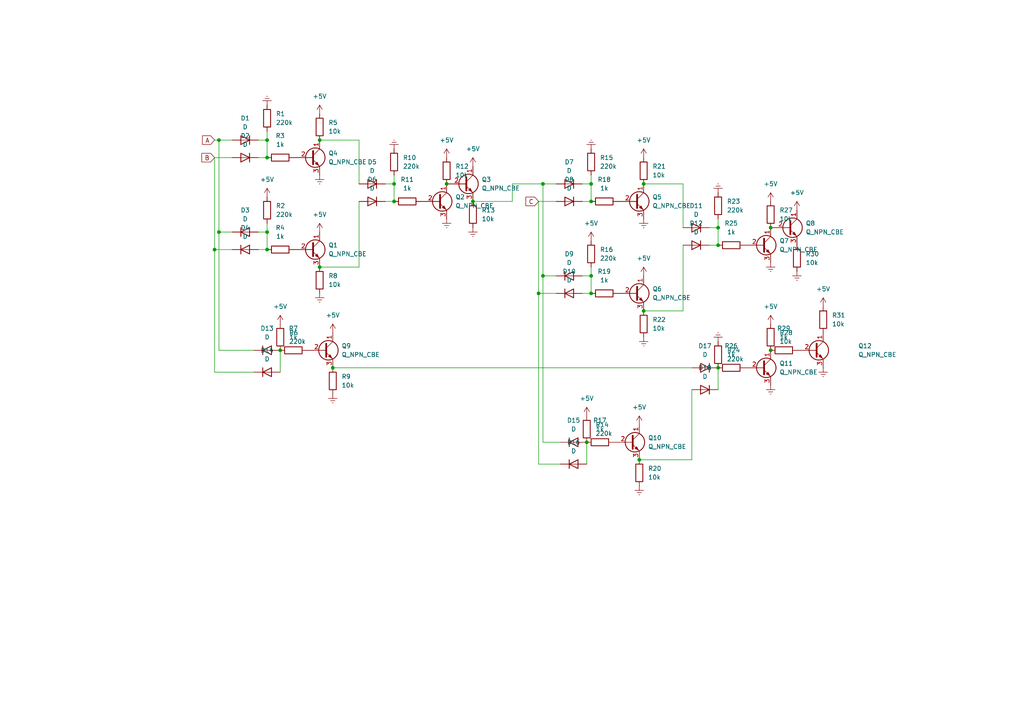
<source format=kicad_sch>
(kicad_sch (version 20211123) (generator eeschema)

  (uuid 4031216e-f8c0-46b6-a189-11084dc9824f)

  (paper "A4")

  (lib_symbols
    (symbol "Device:D" (pin_numbers hide) (pin_names (offset 1.016) hide) (in_bom yes) (on_board yes)
      (property "Reference" "D" (id 0) (at 0 2.54 0)
        (effects (font (size 1.27 1.27)))
      )
      (property "Value" "D" (id 1) (at 0 -2.54 0)
        (effects (font (size 1.27 1.27)))
      )
      (property "Footprint" "" (id 2) (at 0 0 0)
        (effects (font (size 1.27 1.27)) hide)
      )
      (property "Datasheet" "~" (id 3) (at 0 0 0)
        (effects (font (size 1.27 1.27)) hide)
      )
      (property "ki_keywords" "diode" (id 4) (at 0 0 0)
        (effects (font (size 1.27 1.27)) hide)
      )
      (property "ki_description" "Diode" (id 5) (at 0 0 0)
        (effects (font (size 1.27 1.27)) hide)
      )
      (property "ki_fp_filters" "TO-???* *_Diode_* *SingleDiode* D_*" (id 6) (at 0 0 0)
        (effects (font (size 1.27 1.27)) hide)
      )
      (symbol "D_0_1"
        (polyline
          (pts
            (xy -1.27 1.27)
            (xy -1.27 -1.27)
          )
          (stroke (width 0.254) (type default) (color 0 0 0 0))
          (fill (type none))
        )
        (polyline
          (pts
            (xy 1.27 0)
            (xy -1.27 0)
          )
          (stroke (width 0) (type default) (color 0 0 0 0))
          (fill (type none))
        )
        (polyline
          (pts
            (xy 1.27 1.27)
            (xy 1.27 -1.27)
            (xy -1.27 0)
            (xy 1.27 1.27)
          )
          (stroke (width 0.254) (type default) (color 0 0 0 0))
          (fill (type none))
        )
      )
      (symbol "D_1_1"
        (pin passive line (at -3.81 0 0) (length 2.54)
          (name "K" (effects (font (size 1.27 1.27))))
          (number "1" (effects (font (size 1.27 1.27))))
        )
        (pin passive line (at 3.81 0 180) (length 2.54)
          (name "A" (effects (font (size 1.27 1.27))))
          (number "2" (effects (font (size 1.27 1.27))))
        )
      )
    )
    (symbol "Device:Q_NPN_CBE" (pin_names (offset 0) hide) (in_bom yes) (on_board yes)
      (property "Reference" "Q" (id 0) (at 5.08 1.27 0)
        (effects (font (size 1.27 1.27)) (justify left))
      )
      (property "Value" "Q_NPN_CBE" (id 1) (at 5.08 -1.27 0)
        (effects (font (size 1.27 1.27)) (justify left))
      )
      (property "Footprint" "" (id 2) (at 5.08 2.54 0)
        (effects (font (size 1.27 1.27)) hide)
      )
      (property "Datasheet" "~" (id 3) (at 0 0 0)
        (effects (font (size 1.27 1.27)) hide)
      )
      (property "ki_keywords" "transistor NPN" (id 4) (at 0 0 0)
        (effects (font (size 1.27 1.27)) hide)
      )
      (property "ki_description" "NPN transistor, collector/base/emitter" (id 5) (at 0 0 0)
        (effects (font (size 1.27 1.27)) hide)
      )
      (symbol "Q_NPN_CBE_0_1"
        (polyline
          (pts
            (xy 0.635 0.635)
            (xy 2.54 2.54)
          )
          (stroke (width 0) (type default) (color 0 0 0 0))
          (fill (type none))
        )
        (polyline
          (pts
            (xy 0.635 -0.635)
            (xy 2.54 -2.54)
            (xy 2.54 -2.54)
          )
          (stroke (width 0) (type default) (color 0 0 0 0))
          (fill (type none))
        )
        (polyline
          (pts
            (xy 0.635 1.905)
            (xy 0.635 -1.905)
            (xy 0.635 -1.905)
          )
          (stroke (width 0.508) (type default) (color 0 0 0 0))
          (fill (type none))
        )
        (polyline
          (pts
            (xy 1.27 -1.778)
            (xy 1.778 -1.27)
            (xy 2.286 -2.286)
            (xy 1.27 -1.778)
            (xy 1.27 -1.778)
          )
          (stroke (width 0) (type default) (color 0 0 0 0))
          (fill (type outline))
        )
        (circle (center 1.27 0) (radius 2.8194)
          (stroke (width 0.254) (type default) (color 0 0 0 0))
          (fill (type none))
        )
      )
      (symbol "Q_NPN_CBE_1_1"
        (pin passive line (at 2.54 5.08 270) (length 2.54)
          (name "C" (effects (font (size 1.27 1.27))))
          (number "1" (effects (font (size 1.27 1.27))))
        )
        (pin input line (at -5.08 0 0) (length 5.715)
          (name "B" (effects (font (size 1.27 1.27))))
          (number "2" (effects (font (size 1.27 1.27))))
        )
        (pin passive line (at 2.54 -5.08 90) (length 2.54)
          (name "E" (effects (font (size 1.27 1.27))))
          (number "3" (effects (font (size 1.27 1.27))))
        )
      )
    )
    (symbol "Device:R" (pin_numbers hide) (pin_names (offset 0)) (in_bom yes) (on_board yes)
      (property "Reference" "R" (id 0) (at 2.032 0 90)
        (effects (font (size 1.27 1.27)))
      )
      (property "Value" "R" (id 1) (at 0 0 90)
        (effects (font (size 1.27 1.27)))
      )
      (property "Footprint" "" (id 2) (at -1.778 0 90)
        (effects (font (size 1.27 1.27)) hide)
      )
      (property "Datasheet" "~" (id 3) (at 0 0 0)
        (effects (font (size 1.27 1.27)) hide)
      )
      (property "ki_keywords" "R res resistor" (id 4) (at 0 0 0)
        (effects (font (size 1.27 1.27)) hide)
      )
      (property "ki_description" "Resistor" (id 5) (at 0 0 0)
        (effects (font (size 1.27 1.27)) hide)
      )
      (property "ki_fp_filters" "R_*" (id 6) (at 0 0 0)
        (effects (font (size 1.27 1.27)) hide)
      )
      (symbol "R_0_1"
        (rectangle (start -1.016 -2.54) (end 1.016 2.54)
          (stroke (width 0.254) (type default) (color 0 0 0 0))
          (fill (type none))
        )
      )
      (symbol "R_1_1"
        (pin passive line (at 0 3.81 270) (length 1.27)
          (name "~" (effects (font (size 1.27 1.27))))
          (number "1" (effects (font (size 1.27 1.27))))
        )
        (pin passive line (at 0 -3.81 90) (length 1.27)
          (name "~" (effects (font (size 1.27 1.27))))
          (number "2" (effects (font (size 1.27 1.27))))
        )
      )
    )
    (symbol "power:+5V" (power) (pin_names (offset 0)) (in_bom yes) (on_board yes)
      (property "Reference" "#PWR" (id 0) (at 0 -3.81 0)
        (effects (font (size 1.27 1.27)) hide)
      )
      (property "Value" "+5V" (id 1) (at 0 3.556 0)
        (effects (font (size 1.27 1.27)))
      )
      (property "Footprint" "" (id 2) (at 0 0 0)
        (effects (font (size 1.27 1.27)) hide)
      )
      (property "Datasheet" "" (id 3) (at 0 0 0)
        (effects (font (size 1.27 1.27)) hide)
      )
      (property "ki_keywords" "power-flag" (id 4) (at 0 0 0)
        (effects (font (size 1.27 1.27)) hide)
      )
      (property "ki_description" "Power symbol creates a global label with name \"+5V\"" (id 5) (at 0 0 0)
        (effects (font (size 1.27 1.27)) hide)
      )
      (symbol "+5V_0_1"
        (polyline
          (pts
            (xy -0.762 1.27)
            (xy 0 2.54)
          )
          (stroke (width 0) (type default) (color 0 0 0 0))
          (fill (type none))
        )
        (polyline
          (pts
            (xy 0 0)
            (xy 0 2.54)
          )
          (stroke (width 0) (type default) (color 0 0 0 0))
          (fill (type none))
        )
        (polyline
          (pts
            (xy 0 2.54)
            (xy 0.762 1.27)
          )
          (stroke (width 0) (type default) (color 0 0 0 0))
          (fill (type none))
        )
      )
      (symbol "+5V_1_1"
        (pin power_in line (at 0 0 90) (length 0) hide
          (name "+5V" (effects (font (size 1.27 1.27))))
          (number "1" (effects (font (size 1.27 1.27))))
        )
      )
    )
    (symbol "power:Earth" (power) (pin_names (offset 0)) (in_bom yes) (on_board yes)
      (property "Reference" "#PWR" (id 0) (at 0 -6.35 0)
        (effects (font (size 1.27 1.27)) hide)
      )
      (property "Value" "Earth" (id 1) (at 0 -3.81 0)
        (effects (font (size 1.27 1.27)) hide)
      )
      (property "Footprint" "" (id 2) (at 0 0 0)
        (effects (font (size 1.27 1.27)) hide)
      )
      (property "Datasheet" "~" (id 3) (at 0 0 0)
        (effects (font (size 1.27 1.27)) hide)
      )
      (property "ki_keywords" "power-flag ground gnd" (id 4) (at 0 0 0)
        (effects (font (size 1.27 1.27)) hide)
      )
      (property "ki_description" "Power symbol creates a global label with name \"Earth\"" (id 5) (at 0 0 0)
        (effects (font (size 1.27 1.27)) hide)
      )
      (symbol "Earth_0_1"
        (polyline
          (pts
            (xy -0.635 -1.905)
            (xy 0.635 -1.905)
          )
          (stroke (width 0) (type default) (color 0 0 0 0))
          (fill (type none))
        )
        (polyline
          (pts
            (xy -0.127 -2.54)
            (xy 0.127 -2.54)
          )
          (stroke (width 0) (type default) (color 0 0 0 0))
          (fill (type none))
        )
        (polyline
          (pts
            (xy 0 -1.27)
            (xy 0 0)
          )
          (stroke (width 0) (type default) (color 0 0 0 0))
          (fill (type none))
        )
        (polyline
          (pts
            (xy 1.27 -1.27)
            (xy -1.27 -1.27)
          )
          (stroke (width 0) (type default) (color 0 0 0 0))
          (fill (type none))
        )
      )
      (symbol "Earth_1_1"
        (pin power_in line (at 0 0 270) (length 0) hide
          (name "Earth" (effects (font (size 1.27 1.27))))
          (number "1" (effects (font (size 1.27 1.27))))
        )
      )
    )
  )

  (junction (at 171.45 80.01) (diameter 0) (color 0 0 0 0)
    (uuid 0ae27c64-4a66-48f3-b412-55e8ee5b659d)
  )
  (junction (at 77.47 45.72) (diameter 0) (color 0 0 0 0)
    (uuid 0e6258dc-511e-4d7e-81ad-2cad5fb5e9a7)
  )
  (junction (at 171.45 58.42) (diameter 0) (color 0 0 0 0)
    (uuid 12e79aa1-5ac8-41d0-b8aa-ea994e32ee52)
  )
  (junction (at 186.69 53.34) (diameter 0) (color 0 0 0 0)
    (uuid 131bf04a-309b-4085-9dd9-5b365499f377)
  )
  (junction (at 223.52 101.6) (diameter 0) (color 0 0 0 0)
    (uuid 167516a2-b0b8-403e-8fa0-bfb9e4206120)
  )
  (junction (at 223.52 66.04) (diameter 0) (color 0 0 0 0)
    (uuid 30889853-5416-4141-9a58-a9d778a5078d)
  )
  (junction (at 170.18 128.27) (diameter 0) (color 0 0 0 0)
    (uuid 308f62b3-0e5f-4391-8859-34486bc3edbd)
  )
  (junction (at 77.47 72.39) (diameter 0) (color 0 0 0 0)
    (uuid 31fd70b9-8e0d-4280-9c96-67da03f88e7b)
  )
  (junction (at 77.47 40.64) (diameter 0) (color 0 0 0 0)
    (uuid 4f72e583-2d9b-46c1-a236-41883c36fda8)
  )
  (junction (at 92.71 77.47) (diameter 0) (color 0 0 0 0)
    (uuid 524c006c-55fd-4459-b39c-db7c983b18f4)
  )
  (junction (at 81.28 101.6) (diameter 0) (color 0 0 0 0)
    (uuid 5ae23372-b5d2-4d87-89b6-9f164c6affb3)
  )
  (junction (at 92.71 40.64) (diameter 0) (color 0 0 0 0)
    (uuid 5e92ebe8-ff90-455e-941e-0beafec094b5)
  )
  (junction (at 62.23 72.39) (diameter 0) (color 0 0 0 0)
    (uuid 9496039f-561b-42a0-994e-896d6a25a1ab)
  )
  (junction (at 129.54 53.34) (diameter 0) (color 0 0 0 0)
    (uuid 9f1c6c21-c703-45a8-82b3-6cec08263fc6)
  )
  (junction (at 63.5 67.31) (diameter 0) (color 0 0 0 0)
    (uuid a5f58032-f822-42aa-8339-8a629dd2ee52)
  )
  (junction (at 171.45 85.09) (diameter 0) (color 0 0 0 0)
    (uuid a8064b37-5f92-4e3b-a44a-69bc0a2f8070)
  )
  (junction (at 63.5 40.64) (diameter 0) (color 0 0 0 0)
    (uuid aa1355ce-69d2-4e12-bbd5-331e909fd23a)
  )
  (junction (at 137.16 58.42) (diameter 0) (color 0 0 0 0)
    (uuid b5ba54d0-f620-443a-bece-1ab295624a20)
  )
  (junction (at 208.28 66.04) (diameter 0) (color 0 0 0 0)
    (uuid bc3538f1-0436-4acd-a496-6278d42d9032)
  )
  (junction (at 185.42 133.35) (diameter 0) (color 0 0 0 0)
    (uuid be1580c0-9c8c-4944-942f-656b2f2c2a23)
  )
  (junction (at 208.28 106.68) (diameter 0) (color 0 0 0 0)
    (uuid c7cf7f9e-f2ea-42aa-8e55-7015fa4f9b03)
  )
  (junction (at 186.69 90.17) (diameter 0) (color 0 0 0 0)
    (uuid cdaa6505-ad07-4d08-afc5-71cdc899a3b0)
  )
  (junction (at 114.3 58.42) (diameter 0) (color 0 0 0 0)
    (uuid cded35c7-ce5f-401d-99c9-a5a4b121fdde)
  )
  (junction (at 208.28 71.12) (diameter 0) (color 0 0 0 0)
    (uuid d9af3f55-35b8-461d-8d55-79e935aa848b)
  )
  (junction (at 157.48 53.34) (diameter 0) (color 0 0 0 0)
    (uuid db571333-06e5-41f3-9232-7a8a4a528f8c)
  )
  (junction (at 96.52 106.68) (diameter 0) (color 0 0 0 0)
    (uuid dbdd6229-38a5-4070-bfea-8014e782c66a)
  )
  (junction (at 157.48 80.01) (diameter 0) (color 0 0 0 0)
    (uuid ddcefe6e-ea50-48e6-a3ba-2b19939477a9)
  )
  (junction (at 156.21 85.09) (diameter 0) (color 0 0 0 0)
    (uuid df8af188-f749-4b9f-a4a8-8c490bbd83e8)
  )
  (junction (at 171.45 53.34) (diameter 0) (color 0 0 0 0)
    (uuid e80eab7a-1bcf-4dc1-8351-19a068846c5b)
  )
  (junction (at 114.3 53.34) (diameter 0) (color 0 0 0 0)
    (uuid ec25a01f-2abf-4594-ac85-9dcd0cdfb066)
  )
  (junction (at 77.47 67.31) (diameter 0) (color 0 0 0 0)
    (uuid f3e3ddf9-816e-4bed-86a4-65837cfb6da7)
  )

  (wire (pts (xy 63.5 101.6) (xy 73.66 101.6))
    (stroke (width 0) (type default) (color 0 0 0 0))
    (uuid 01207638-5eec-49f2-af0b-9c9f65a78daa)
  )
  (wire (pts (xy 62.23 45.72) (xy 62.23 72.39))
    (stroke (width 0) (type default) (color 0 0 0 0))
    (uuid 0575c51b-cc0d-4313-b72d-8ede90887917)
  )
  (wire (pts (xy 62.23 107.95) (xy 62.23 72.39))
    (stroke (width 0) (type default) (color 0 0 0 0))
    (uuid 081642ae-b394-4c11-a1c9-cd8ba1257b6e)
  )
  (wire (pts (xy 62.23 72.39) (xy 67.31 72.39))
    (stroke (width 0) (type default) (color 0 0 0 0))
    (uuid 0b32bcb9-115d-45ff-a54b-364b9c23cfa1)
  )
  (wire (pts (xy 114.3 53.34) (xy 114.3 58.42))
    (stroke (width 0) (type default) (color 0 0 0 0))
    (uuid 0e694e3b-374a-4ccd-ac99-f64ae28272ce)
  )
  (wire (pts (xy 62.23 40.64) (xy 63.5 40.64))
    (stroke (width 0) (type default) (color 0 0 0 0))
    (uuid 11506f8a-6eac-4df4-b8b1-6c274a615328)
  )
  (wire (pts (xy 205.74 66.04) (xy 208.28 66.04))
    (stroke (width 0) (type default) (color 0 0 0 0))
    (uuid 139df8cb-e961-4a2b-aeb7-143637ef0c56)
  )
  (wire (pts (xy 81.28 101.6) (xy 81.28 107.95))
    (stroke (width 0) (type default) (color 0 0 0 0))
    (uuid 13f9ba04-3b62-44fb-b390-a6de4f0fb03a)
  )
  (wire (pts (xy 104.14 40.64) (xy 92.71 40.64))
    (stroke (width 0) (type default) (color 0 0 0 0))
    (uuid 14090cca-14c3-4880-b7ed-d903453e4ebe)
  )
  (wire (pts (xy 208.28 106.68) (xy 208.28 113.03))
    (stroke (width 0) (type default) (color 0 0 0 0))
    (uuid 14ea2fa1-d189-4517-a256-3d1d9b9012b1)
  )
  (wire (pts (xy 171.45 77.47) (xy 171.45 80.01))
    (stroke (width 0) (type default) (color 0 0 0 0))
    (uuid 178e1e8c-dbbf-4cf9-a82f-81bc2f8a9790)
  )
  (wire (pts (xy 148.59 53.34) (xy 148.59 58.42))
    (stroke (width 0) (type default) (color 0 0 0 0))
    (uuid 23c1aa0c-f24c-4693-b9e3-65be7a808463)
  )
  (wire (pts (xy 74.93 67.31) (xy 77.47 67.31))
    (stroke (width 0) (type default) (color 0 0 0 0))
    (uuid 2a628103-f088-4647-b3e3-55bb4a5273ea)
  )
  (wire (pts (xy 148.59 58.42) (xy 137.16 58.42))
    (stroke (width 0) (type default) (color 0 0 0 0))
    (uuid 31367178-308d-4419-936e-2bdcb4a6fcc4)
  )
  (wire (pts (xy 171.45 53.34) (xy 171.45 58.42))
    (stroke (width 0) (type default) (color 0 0 0 0))
    (uuid 3580aa3c-576b-4f4e-96a9-6f52079478e5)
  )
  (wire (pts (xy 157.48 80.01) (xy 157.48 128.27))
    (stroke (width 0) (type default) (color 0 0 0 0))
    (uuid 3b7d9632-5af7-4457-9b5a-5838f4c42673)
  )
  (wire (pts (xy 200.66 113.03) (xy 200.66 133.35))
    (stroke (width 0) (type default) (color 0 0 0 0))
    (uuid 3e54ce95-1ac2-4b7e-80bd-64b2c7a7ed33)
  )
  (wire (pts (xy 208.28 71.12) (xy 205.74 71.12))
    (stroke (width 0) (type default) (color 0 0 0 0))
    (uuid 3f7b89fb-4074-4fed-8dc7-38cd44a77e43)
  )
  (wire (pts (xy 185.42 133.35) (xy 200.66 133.35))
    (stroke (width 0) (type default) (color 0 0 0 0))
    (uuid 402f2442-8e3b-4468-af4a-cf4c84c1265a)
  )
  (wire (pts (xy 77.47 45.72) (xy 74.93 45.72))
    (stroke (width 0) (type default) (color 0 0 0 0))
    (uuid 486d2c7b-d97a-4251-be4e-694609021370)
  )
  (wire (pts (xy 170.18 128.27) (xy 170.18 134.62))
    (stroke (width 0) (type default) (color 0 0 0 0))
    (uuid 4d57081e-5f18-4b54-b96f-4d7cfebc8589)
  )
  (wire (pts (xy 156.21 134.62) (xy 156.21 85.09))
    (stroke (width 0) (type default) (color 0 0 0 0))
    (uuid 4e0976ac-9bdd-4ced-8a17-7438da9eb998)
  )
  (wire (pts (xy 156.21 58.42) (xy 156.21 85.09))
    (stroke (width 0) (type default) (color 0 0 0 0))
    (uuid 4f0681e0-f27d-497d-9e80-f2da1568162a)
  )
  (wire (pts (xy 63.5 67.31) (xy 67.31 67.31))
    (stroke (width 0) (type default) (color 0 0 0 0))
    (uuid 5875beb6-c757-44e7-a6a3-c9bc7670bca3)
  )
  (wire (pts (xy 62.23 45.72) (xy 67.31 45.72))
    (stroke (width 0) (type default) (color 0 0 0 0))
    (uuid 62677fa5-94e9-4741-953e-d65a312ac07e)
  )
  (wire (pts (xy 198.12 66.04) (xy 198.12 53.34))
    (stroke (width 0) (type default) (color 0 0 0 0))
    (uuid 63e40aaf-5b9c-4082-9389-18f1ce401579)
  )
  (wire (pts (xy 168.91 80.01) (xy 171.45 80.01))
    (stroke (width 0) (type default) (color 0 0 0 0))
    (uuid 712526eb-2c69-4484-9f7d-572ea92fdd14)
  )
  (wire (pts (xy 73.66 107.95) (xy 62.23 107.95))
    (stroke (width 0) (type default) (color 0 0 0 0))
    (uuid 756c037e-7f42-4e71-93db-c27a52400490)
  )
  (wire (pts (xy 104.14 58.42) (xy 104.14 77.47))
    (stroke (width 0) (type default) (color 0 0 0 0))
    (uuid 798b17bb-f5b1-4f0a-9437-066dd25703d3)
  )
  (wire (pts (xy 77.47 40.64) (xy 77.47 45.72))
    (stroke (width 0) (type default) (color 0 0 0 0))
    (uuid 7d3dbdb2-84b4-4f32-9144-058fd436c6fc)
  )
  (wire (pts (xy 171.45 85.09) (xy 168.91 85.09))
    (stroke (width 0) (type default) (color 0 0 0 0))
    (uuid 7ddaabec-919f-4d86-a084-34bba47a7436)
  )
  (wire (pts (xy 171.45 50.8) (xy 171.45 53.34))
    (stroke (width 0) (type default) (color 0 0 0 0))
    (uuid 83045dfa-df9f-494f-b1b6-c013d034b1ad)
  )
  (wire (pts (xy 77.47 64.77) (xy 77.47 67.31))
    (stroke (width 0) (type default) (color 0 0 0 0))
    (uuid 89c32fd1-9382-46fe-9deb-54c7381ed144)
  )
  (wire (pts (xy 186.69 90.17) (xy 198.12 90.17))
    (stroke (width 0) (type default) (color 0 0 0 0))
    (uuid 8c1eadbc-5491-4f97-a3fb-f78cfe64c1f7)
  )
  (wire (pts (xy 77.47 38.1) (xy 77.47 40.64))
    (stroke (width 0) (type default) (color 0 0 0 0))
    (uuid 8c81e871-7fe6-467a-89ba-15554e3d0bef)
  )
  (wire (pts (xy 157.48 53.34) (xy 157.48 80.01))
    (stroke (width 0) (type default) (color 0 0 0 0))
    (uuid 964dc40d-dacf-422b-8dce-cf82c320b88e)
  )
  (wire (pts (xy 208.28 63.5) (xy 208.28 66.04))
    (stroke (width 0) (type default) (color 0 0 0 0))
    (uuid 98ae4058-df34-4342-a9f6-02c747436aab)
  )
  (wire (pts (xy 198.12 53.34) (xy 186.69 53.34))
    (stroke (width 0) (type default) (color 0 0 0 0))
    (uuid a1d5bea7-48db-45e7-b1bb-46bad149c7b1)
  )
  (wire (pts (xy 198.12 71.12) (xy 198.12 90.17))
    (stroke (width 0) (type default) (color 0 0 0 0))
    (uuid aa532afa-3a2e-4903-a85e-4e9810b77099)
  )
  (wire (pts (xy 104.14 53.34) (xy 104.14 40.64))
    (stroke (width 0) (type default) (color 0 0 0 0))
    (uuid ad1c55e1-41eb-4dd0-b4a7-874ef1c1da7d)
  )
  (wire (pts (xy 114.3 50.8) (xy 114.3 53.34))
    (stroke (width 0) (type default) (color 0 0 0 0))
    (uuid b092c592-d1ab-4655-864f-1bc5e6b9eb0f)
  )
  (wire (pts (xy 168.91 53.34) (xy 171.45 53.34))
    (stroke (width 0) (type default) (color 0 0 0 0))
    (uuid b5468155-9408-4f9e-9981-2813b9e6eee2)
  )
  (wire (pts (xy 208.28 66.04) (xy 208.28 71.12))
    (stroke (width 0) (type default) (color 0 0 0 0))
    (uuid b65c556c-7b4f-46db-8533-3c8e69a93e05)
  )
  (wire (pts (xy 77.47 72.39) (xy 74.93 72.39))
    (stroke (width 0) (type default) (color 0 0 0 0))
    (uuid b6f911fc-27f4-4648-b8dd-52b8014f39c5)
  )
  (wire (pts (xy 111.76 53.34) (xy 114.3 53.34))
    (stroke (width 0) (type default) (color 0 0 0 0))
    (uuid c12390c6-a576-434f-9b3d-065a16e568de)
  )
  (wire (pts (xy 171.45 58.42) (xy 168.91 58.42))
    (stroke (width 0) (type default) (color 0 0 0 0))
    (uuid c1bf9a2d-f2e2-42ae-8644-e024ec116509)
  )
  (wire (pts (xy 157.48 80.01) (xy 161.29 80.01))
    (stroke (width 0) (type default) (color 0 0 0 0))
    (uuid cb650a61-247f-4b91-98c7-f88aaf3d7b53)
  )
  (wire (pts (xy 74.93 40.64) (xy 77.47 40.64))
    (stroke (width 0) (type default) (color 0 0 0 0))
    (uuid d16c53a3-0dba-4f29-ad2a-96186efcf54a)
  )
  (wire (pts (xy 63.5 40.64) (xy 63.5 67.31))
    (stroke (width 0) (type default) (color 0 0 0 0))
    (uuid d4900a17-29df-4235-ad3d-8d00b19fea8f)
  )
  (wire (pts (xy 148.59 53.34) (xy 157.48 53.34))
    (stroke (width 0) (type default) (color 0 0 0 0))
    (uuid d89597e6-90d4-4299-9bbe-feb2a2d4b9c0)
  )
  (wire (pts (xy 157.48 128.27) (xy 162.56 128.27))
    (stroke (width 0) (type default) (color 0 0 0 0))
    (uuid dbb570ab-cb5b-40ce-8a0a-2d9c1c75ce29)
  )
  (wire (pts (xy 156.21 85.09) (xy 161.29 85.09))
    (stroke (width 0) (type default) (color 0 0 0 0))
    (uuid dd576e32-8188-43d7-95bc-34687c858a94)
  )
  (wire (pts (xy 171.45 80.01) (xy 171.45 85.09))
    (stroke (width 0) (type default) (color 0 0 0 0))
    (uuid def68d2a-85a2-4227-95f1-cfae9bbe7f93)
  )
  (wire (pts (xy 156.21 58.42) (xy 161.29 58.42))
    (stroke (width 0) (type default) (color 0 0 0 0))
    (uuid df04e1e1-ebd2-43a9-83f7-232884c3a996)
  )
  (wire (pts (xy 63.5 40.64) (xy 67.31 40.64))
    (stroke (width 0) (type default) (color 0 0 0 0))
    (uuid df87bde0-dc00-4267-beb6-d01d162d64c1)
  )
  (wire (pts (xy 63.5 67.31) (xy 63.5 101.6))
    (stroke (width 0) (type default) (color 0 0 0 0))
    (uuid e569a4e4-e5f8-45c7-8ae4-09a1746d5047)
  )
  (wire (pts (xy 162.56 134.62) (xy 156.21 134.62))
    (stroke (width 0) (type default) (color 0 0 0 0))
    (uuid ea57235d-fa2a-431b-99eb-5d64e4811940)
  )
  (wire (pts (xy 77.47 67.31) (xy 77.47 72.39))
    (stroke (width 0) (type default) (color 0 0 0 0))
    (uuid eb497d07-fa4b-48c6-a3ce-205efc4617bd)
  )
  (wire (pts (xy 157.48 53.34) (xy 161.29 53.34))
    (stroke (width 0) (type default) (color 0 0 0 0))
    (uuid f307e43c-b5c3-4e41-bcba-add6968694eb)
  )
  (wire (pts (xy 92.71 77.47) (xy 104.14 77.47))
    (stroke (width 0) (type default) (color 0 0 0 0))
    (uuid f7e644c7-5f3a-4901-aef1-a543e5a9b301)
  )
  (wire (pts (xy 96.52 106.68) (xy 200.66 106.68))
    (stroke (width 0) (type default) (color 0 0 0 0))
    (uuid f8db5bc4-0fc9-4d05-9850-f897be401328)
  )
  (wire (pts (xy 114.3 58.42) (xy 111.76 58.42))
    (stroke (width 0) (type default) (color 0 0 0 0))
    (uuid fb8fb496-3a95-466d-a33d-66a74c22ec63)
  )

  (global_label "B" (shape input) (at 62.23 45.72 180) (fields_autoplaced)
    (effects (font (size 1.27 1.27)) (justify right))
    (uuid 288324b6-9054-43b1-8067-fafd770c2b9a)
    (property "Intersheet References" "${INTERSHEET_REFS}" (id 0) (at 58.5469 45.6406 0)
      (effects (font (size 1.27 1.27)) (justify right) hide)
    )
  )
  (global_label "A" (shape input) (at 62.23 40.64 180) (fields_autoplaced)
    (effects (font (size 1.27 1.27)) (justify right))
    (uuid 99d095a0-d963-4640-aaf4-dbd46f2e6073)
    (property "Intersheet References" "${INTERSHEET_REFS}" (id 0) (at 58.7283 40.5606 0)
      (effects (font (size 1.27 1.27)) (justify right) hide)
    )
  )
  (global_label "C" (shape input) (at 156.21 58.42 180) (fields_autoplaced)
    (effects (font (size 1.27 1.27)) (justify right))
    (uuid f4cebe86-732e-46c1-8f9a-95a000a95735)
    (property "Intersheet References" "${INTERSHEET_REFS}" (id 0) (at 152.5269 58.3406 0)
      (effects (font (size 1.27 1.27)) (justify right) hide)
    )
  )

  (symbol (lib_id "Device:R") (at 212.09 106.68 90) (unit 1)
    (in_bom yes) (on_board yes) (fields_autoplaced)
    (uuid 0102b0f8-fd76-4ed2-a69f-bddebb72c171)
    (property "Reference" "R26" (id 0) (at 212.09 100.33 90))
    (property "Value" "1k" (id 1) (at 212.09 102.87 90))
    (property "Footprint" "Resistor_THT:R_Axial_DIN0207_L6.3mm_D2.5mm_P2.54mm_Vertical" (id 2) (at 212.09 108.458 90)
      (effects (font (size 1.27 1.27)) hide)
    )
    (property "Datasheet" "~" (id 3) (at 212.09 106.68 0)
      (effects (font (size 1.27 1.27)) hide)
    )
    (pin "1" (uuid 69a43257-b507-468f-a434-8fb741cf2454))
    (pin "2" (uuid dfae3a5f-cc69-4491-87ad-24306845a44c))
  )

  (symbol (lib_id "Device:R") (at 77.47 34.29 0) (unit 1)
    (in_bom yes) (on_board yes) (fields_autoplaced)
    (uuid 03563212-20bb-4b5c-b175-7973feb0fa47)
    (property "Reference" "R1" (id 0) (at 80.01 33.0199 0)
      (effects (font (size 1.27 1.27)) (justify left))
    )
    (property "Value" "220k" (id 1) (at 80.01 35.5599 0)
      (effects (font (size 1.27 1.27)) (justify left))
    )
    (property "Footprint" "Resistor_THT:R_Axial_DIN0207_L6.3mm_D2.5mm_P2.54mm_Vertical" (id 2) (at 75.692 34.29 90)
      (effects (font (size 1.27 1.27)) hide)
    )
    (property "Datasheet" "~" (id 3) (at 77.47 34.29 0)
      (effects (font (size 1.27 1.27)) hide)
    )
    (pin "1" (uuid fb6ae416-e69a-4c23-95b1-6af1d73dd2ec))
    (pin "2" (uuid 26c22607-95cf-4701-a4ac-975c2ac603f5))
  )

  (symbol (lib_id "power:+5V") (at 129.54 45.72 0) (unit 1)
    (in_bom yes) (on_board yes) (fields_autoplaced)
    (uuid 06d5c5a0-8783-488f-9b75-cdce71646ea1)
    (property "Reference" "#PWR0110" (id 0) (at 129.54 49.53 0)
      (effects (font (size 1.27 1.27)) hide)
    )
    (property "Value" "+5V" (id 1) (at 129.54 40.64 0))
    (property "Footprint" "" (id 2) (at 129.54 45.72 0)
      (effects (font (size 1.27 1.27)) hide)
    )
    (property "Datasheet" "" (id 3) (at 129.54 45.72 0)
      (effects (font (size 1.27 1.27)) hide)
    )
    (pin "1" (uuid 4f3e989e-d84c-456f-b416-b2c43c9bc21b))
  )

  (symbol (lib_id "Device:R") (at 208.28 102.87 0) (unit 1)
    (in_bom yes) (on_board yes) (fields_autoplaced)
    (uuid 0dd609d9-032e-4e58-b6bd-4985e8a65dc9)
    (property "Reference" "R24" (id 0) (at 210.82 101.5999 0)
      (effects (font (size 1.27 1.27)) (justify left))
    )
    (property "Value" "220k" (id 1) (at 210.82 104.1399 0)
      (effects (font (size 1.27 1.27)) (justify left))
    )
    (property "Footprint" "Resistor_THT:R_Axial_DIN0207_L6.3mm_D2.5mm_P2.54mm_Vertical" (id 2) (at 206.502 102.87 90)
      (effects (font (size 1.27 1.27)) hide)
    )
    (property "Datasheet" "~" (id 3) (at 208.28 102.87 0)
      (effects (font (size 1.27 1.27)) hide)
    )
    (pin "1" (uuid 8de3d6fa-14f3-455a-b0b4-c304ac608119))
    (pin "2" (uuid 3c48ecee-f213-4404-bd0c-4d1ef8a2fcf5))
  )

  (symbol (lib_id "power:+5V") (at 96.52 96.52 0) (unit 1)
    (in_bom yes) (on_board yes) (fields_autoplaced)
    (uuid 0dfbbc49-af5b-4f32-87f7-dae97d13b485)
    (property "Reference" "#PWR0131" (id 0) (at 96.52 100.33 0)
      (effects (font (size 1.27 1.27)) hide)
    )
    (property "Value" "+5V" (id 1) (at 96.52 91.44 0))
    (property "Footprint" "" (id 2) (at 96.52 96.52 0)
      (effects (font (size 1.27 1.27)) hide)
    )
    (property "Datasheet" "" (id 3) (at 96.52 96.52 0)
      (effects (font (size 1.27 1.27)) hide)
    )
    (pin "1" (uuid 627733c2-224f-465a-97cc-a161a4f40744))
  )

  (symbol (lib_id "power:+5V") (at 186.69 45.72 0) (unit 1)
    (in_bom yes) (on_board yes) (fields_autoplaced)
    (uuid 0f95e2bd-41d6-424d-b3ef-d05f8d89b943)
    (property "Reference" "#PWR0115" (id 0) (at 186.69 49.53 0)
      (effects (font (size 1.27 1.27)) hide)
    )
    (property "Value" "+5V" (id 1) (at 186.69 40.64 0))
    (property "Footprint" "" (id 2) (at 186.69 45.72 0)
      (effects (font (size 1.27 1.27)) hide)
    )
    (property "Datasheet" "" (id 3) (at 186.69 45.72 0)
      (effects (font (size 1.27 1.27)) hide)
    )
    (pin "1" (uuid 0f214f92-f315-4aa0-8794-28dccc287950))
  )

  (symbol (lib_id "Device:D") (at 204.47 106.68 180) (unit 1)
    (in_bom yes) (on_board yes) (fields_autoplaced)
    (uuid 0fbbfdfa-0e3d-43f7-89cd-287af52268dc)
    (property "Reference" "D17" (id 0) (at 204.47 100.33 0))
    (property "Value" "D" (id 1) (at 204.47 102.87 0))
    (property "Footprint" "Diode_THT:D_DO-35_SOD27_P2.54mm_Vertical_KathodeUp" (id 2) (at 204.47 106.68 0)
      (effects (font (size 1.27 1.27)) hide)
    )
    (property "Datasheet" "~" (id 3) (at 204.47 106.68 0)
      (effects (font (size 1.27 1.27)) hide)
    )
    (pin "1" (uuid ece6a2e0-c109-481b-be8c-afde5741b0ad))
    (pin "2" (uuid 1471d43f-f4de-4874-a906-683179856b12))
  )

  (symbol (lib_id "Device:R") (at 92.71 81.28 0) (unit 1)
    (in_bom yes) (on_board yes) (fields_autoplaced)
    (uuid 1304767f-154d-4cc1-93df-6fc365e58e3b)
    (property "Reference" "R8" (id 0) (at 95.25 80.0099 0)
      (effects (font (size 1.27 1.27)) (justify left))
    )
    (property "Value" "10k" (id 1) (at 95.25 82.5499 0)
      (effects (font (size 1.27 1.27)) (justify left))
    )
    (property "Footprint" "Resistor_THT:R_Axial_DIN0207_L6.3mm_D2.5mm_P2.54mm_Vertical" (id 2) (at 90.932 81.28 90)
      (effects (font (size 1.27 1.27)) hide)
    )
    (property "Datasheet" "~" (id 3) (at 92.71 81.28 0)
      (effects (font (size 1.27 1.27)) hide)
    )
    (pin "1" (uuid c8b37b32-0b05-4091-b8f7-6b85ef306ce7))
    (pin "2" (uuid 54dbf864-22df-4024-a8eb-2e9cbf0079ef))
  )

  (symbol (lib_id "Device:D") (at 107.95 53.34 180) (unit 1)
    (in_bom yes) (on_board yes) (fields_autoplaced)
    (uuid 1a797dc3-fbbe-447a-a96b-29ec6224456c)
    (property "Reference" "D5" (id 0) (at 107.95 46.99 0))
    (property "Value" "D" (id 1) (at 107.95 49.53 0))
    (property "Footprint" "Diode_THT:D_DO-35_SOD27_P2.54mm_Vertical_KathodeUp" (id 2) (at 107.95 53.34 0)
      (effects (font (size 1.27 1.27)) hide)
    )
    (property "Datasheet" "~" (id 3) (at 107.95 53.34 0)
      (effects (font (size 1.27 1.27)) hide)
    )
    (pin "1" (uuid 623f7d73-7225-4494-a9b8-39a24ad24ced))
    (pin "2" (uuid 98c36809-29b4-40f7-b826-b49a01cdc4d0))
  )

  (symbol (lib_id "power:Earth") (at 137.16 66.04 0) (unit 1)
    (in_bom yes) (on_board yes) (fields_autoplaced)
    (uuid 1b815d56-bc8a-4c2b-9cbd-b4efecd75e69)
    (property "Reference" "#PWR0109" (id 0) (at 137.16 72.39 0)
      (effects (font (size 1.27 1.27)) hide)
    )
    (property "Value" "Earth" (id 1) (at 137.16 69.85 0)
      (effects (font (size 1.27 1.27)) hide)
    )
    (property "Footprint" "" (id 2) (at 137.16 66.04 0)
      (effects (font (size 1.27 1.27)) hide)
    )
    (property "Datasheet" "~" (id 3) (at 137.16 66.04 0)
      (effects (font (size 1.27 1.27)) hide)
    )
    (pin "1" (uuid c6e70301-4389-467e-8620-09f501108e4f))
  )

  (symbol (lib_id "Device:R") (at 175.26 85.09 90) (unit 1)
    (in_bom yes) (on_board yes) (fields_autoplaced)
    (uuid 1caef541-4168-415e-9b9e-a68a12ee4ee8)
    (property "Reference" "R19" (id 0) (at 175.26 78.74 90))
    (property "Value" "1k" (id 1) (at 175.26 81.28 90))
    (property "Footprint" "Resistor_THT:R_Axial_DIN0207_L6.3mm_D2.5mm_P2.54mm_Vertical" (id 2) (at 175.26 86.868 90)
      (effects (font (size 1.27 1.27)) hide)
    )
    (property "Datasheet" "~" (id 3) (at 175.26 85.09 0)
      (effects (font (size 1.27 1.27)) hide)
    )
    (pin "1" (uuid a2da4fb3-e339-405e-967e-a2e9630ed597))
    (pin "2" (uuid e4dbe40e-a06c-4508-990b-415db5406ed7))
  )

  (symbol (lib_id "Device:R") (at 238.76 92.71 0) (unit 1)
    (in_bom yes) (on_board yes) (fields_autoplaced)
    (uuid 1efa4e20-cb65-4052-8883-6315f06d7b9c)
    (property "Reference" "R31" (id 0) (at 241.3 91.4399 0)
      (effects (font (size 1.27 1.27)) (justify left))
    )
    (property "Value" "10k" (id 1) (at 241.3 93.9799 0)
      (effects (font (size 1.27 1.27)) (justify left))
    )
    (property "Footprint" "Resistor_THT:R_Axial_DIN0207_L6.3mm_D2.5mm_P2.54mm_Vertical" (id 2) (at 236.982 92.71 90)
      (effects (font (size 1.27 1.27)) hide)
    )
    (property "Datasheet" "~" (id 3) (at 238.76 92.71 0)
      (effects (font (size 1.27 1.27)) hide)
    )
    (pin "1" (uuid 73e96726-9c18-4992-87d2-a9e570ebcb3a))
    (pin "2" (uuid a2e8c820-7db1-45b0-aac1-a69802ca53e6))
  )

  (symbol (lib_id "Device:R") (at 208.28 59.69 0) (unit 1)
    (in_bom yes) (on_board yes) (fields_autoplaced)
    (uuid 214e4c16-f404-45d5-bf33-296df1d4ebaa)
    (property "Reference" "R23" (id 0) (at 210.82 58.4199 0)
      (effects (font (size 1.27 1.27)) (justify left))
    )
    (property "Value" "220k" (id 1) (at 210.82 60.9599 0)
      (effects (font (size 1.27 1.27)) (justify left))
    )
    (property "Footprint" "Resistor_THT:R_Axial_DIN0207_L6.3mm_D2.5mm_P2.54mm_Vertical" (id 2) (at 206.502 59.69 90)
      (effects (font (size 1.27 1.27)) hide)
    )
    (property "Datasheet" "~" (id 3) (at 208.28 59.69 0)
      (effects (font (size 1.27 1.27)) hide)
    )
    (pin "1" (uuid 6cc108d5-eee4-4d89-bf8f-2537516d0c4d))
    (pin "2" (uuid 323c2884-6d67-4404-8bae-f15bd6e85fd8))
  )

  (symbol (lib_id "Device:Q_NPN_CBE") (at 228.6 66.04 0) (unit 1)
    (in_bom yes) (on_board yes) (fields_autoplaced)
    (uuid 27dde5c4-e48f-4e64-b240-9c9cd8a702f7)
    (property "Reference" "Q8" (id 0) (at 233.68 64.7699 0)
      (effects (font (size 1.27 1.27)) (justify left))
    )
    (property "Value" "Q_NPN_CBE" (id 1) (at 233.68 67.3099 0)
      (effects (font (size 1.27 1.27)) (justify left))
    )
    (property "Footprint" "Package_TO_SOT_THT:TO-92_Inline_Wide" (id 2) (at 233.68 63.5 0)
      (effects (font (size 1.27 1.27)) hide)
    )
    (property "Datasheet" "~" (id 3) (at 228.6 66.04 0)
      (effects (font (size 1.27 1.27)) hide)
    )
    (pin "1" (uuid 94c5bed0-5558-4a32-aaef-9018bcc3f82b))
    (pin "2" (uuid 6bd879c0-183a-4a57-830b-78cfa4ed710d))
    (pin "3" (uuid 8c0ef813-7e1e-48bd-9637-8aa96fe6cfd9))
  )

  (symbol (lib_id "Device:R") (at 186.69 49.53 0) (unit 1)
    (in_bom yes) (on_board yes) (fields_autoplaced)
    (uuid 28312add-76af-481f-a663-25d2e66aefd2)
    (property "Reference" "R21" (id 0) (at 189.23 48.2599 0)
      (effects (font (size 1.27 1.27)) (justify left))
    )
    (property "Value" "10k" (id 1) (at 189.23 50.7999 0)
      (effects (font (size 1.27 1.27)) (justify left))
    )
    (property "Footprint" "Resistor_THT:R_Axial_DIN0207_L6.3mm_D2.5mm_P2.54mm_Vertical" (id 2) (at 184.912 49.53 90)
      (effects (font (size 1.27 1.27)) hide)
    )
    (property "Datasheet" "~" (id 3) (at 186.69 49.53 0)
      (effects (font (size 1.27 1.27)) hide)
    )
    (pin "1" (uuid 9338ec89-68b1-493f-b4a0-74ec91fa50c8))
    (pin "2" (uuid e6323d58-ab86-4551-a51a-b14c4b0ba1b7))
  )

  (symbol (lib_id "power:+5V") (at 171.45 69.85 0) (unit 1)
    (in_bom yes) (on_board yes) (fields_autoplaced)
    (uuid 2af64a53-a2ea-415e-beca-c3c58766368d)
    (property "Reference" "#PWR0114" (id 0) (at 171.45 73.66 0)
      (effects (font (size 1.27 1.27)) hide)
    )
    (property "Value" "+5V" (id 1) (at 171.45 64.77 0))
    (property "Footprint" "" (id 2) (at 171.45 69.85 0)
      (effects (font (size 1.27 1.27)) hide)
    )
    (property "Datasheet" "" (id 3) (at 171.45 69.85 0)
      (effects (font (size 1.27 1.27)) hide)
    )
    (pin "1" (uuid 30480079-48fc-4a25-8573-41dabcdc8611))
  )

  (symbol (lib_id "power:+5V") (at 137.16 48.26 0) (unit 1)
    (in_bom yes) (on_board yes) (fields_autoplaced)
    (uuid 2e449ac9-45d6-41e1-9083-52c23a974c39)
    (property "Reference" "#PWR0111" (id 0) (at 137.16 52.07 0)
      (effects (font (size 1.27 1.27)) hide)
    )
    (property "Value" "+5V" (id 1) (at 137.16 43.18 0))
    (property "Footprint" "" (id 2) (at 137.16 48.26 0)
      (effects (font (size 1.27 1.27)) hide)
    )
    (property "Datasheet" "" (id 3) (at 137.16 48.26 0)
      (effects (font (size 1.27 1.27)) hide)
    )
    (pin "1" (uuid 9293cd39-ebb9-4bfe-9b7a-b7335a908863))
  )

  (symbol (lib_id "Device:Q_NPN_CBE") (at 90.17 72.39 0) (unit 1)
    (in_bom yes) (on_board yes) (fields_autoplaced)
    (uuid 305c7a7c-3c10-40b9-9110-c8026f914f54)
    (property "Reference" "Q1" (id 0) (at 95.25 71.1199 0)
      (effects (font (size 1.27 1.27)) (justify left))
    )
    (property "Value" "Q_NPN_CBE" (id 1) (at 95.25 73.6599 0)
      (effects (font (size 1.27 1.27)) (justify left))
    )
    (property "Footprint" "Package_TO_SOT_THT:TO-92_Inline_Wide" (id 2) (at 95.25 69.85 0)
      (effects (font (size 1.27 1.27)) hide)
    )
    (property "Datasheet" "~" (id 3) (at 90.17 72.39 0)
      (effects (font (size 1.27 1.27)) hide)
    )
    (pin "1" (uuid 6c79d840-8331-4605-92d6-eb4c0ce1c5fe))
    (pin "2" (uuid a774eda4-1b41-4286-8c4f-8832c651a316))
    (pin "3" (uuid 2569c352-49ef-461b-98e3-5d75bf165fff))
  )

  (symbol (lib_id "Device:R") (at 85.09 101.6 90) (unit 1)
    (in_bom yes) (on_board yes) (fields_autoplaced)
    (uuid 3170c398-f1f8-422e-a1b1-da95b19ba294)
    (property "Reference" "R7" (id 0) (at 85.09 95.25 90))
    (property "Value" "1k" (id 1) (at 85.09 97.79 90))
    (property "Footprint" "Resistor_THT:R_Axial_DIN0207_L6.3mm_D2.5mm_P2.54mm_Vertical" (id 2) (at 85.09 103.378 90)
      (effects (font (size 1.27 1.27)) hide)
    )
    (property "Datasheet" "~" (id 3) (at 85.09 101.6 0)
      (effects (font (size 1.27 1.27)) hide)
    )
    (pin "1" (uuid 5f84ac1e-a502-42cb-86a6-4c54e124a2c2))
    (pin "2" (uuid 7c56b9b3-95d7-4198-82a5-fbbba8a4a514))
  )

  (symbol (lib_id "Device:R") (at 212.09 71.12 90) (unit 1)
    (in_bom yes) (on_board yes) (fields_autoplaced)
    (uuid 36a50504-d27c-4f48-b788-f255dc9fffc3)
    (property "Reference" "R25" (id 0) (at 212.09 64.77 90))
    (property "Value" "1k" (id 1) (at 212.09 67.31 90))
    (property "Footprint" "Resistor_THT:R_Axial_DIN0207_L6.3mm_D2.5mm_P2.54mm_Vertical" (id 2) (at 212.09 72.898 90)
      (effects (font (size 1.27 1.27)) hide)
    )
    (property "Datasheet" "~" (id 3) (at 212.09 71.12 0)
      (effects (font (size 1.27 1.27)) hide)
    )
    (pin "1" (uuid 6974d4f2-25c3-4ffe-9def-11fb4d943302))
    (pin "2" (uuid 72294a95-1661-4d2b-b5b5-c9f8803a36b5))
  )

  (symbol (lib_id "Device:D") (at 77.47 107.95 0) (unit 1)
    (in_bom yes) (on_board yes) (fields_autoplaced)
    (uuid 3839e7d6-510f-4526-9a0c-94ad4c7520b8)
    (property "Reference" "D14" (id 0) (at 77.47 101.6 0))
    (property "Value" "D" (id 1) (at 77.47 104.14 0))
    (property "Footprint" "Diode_THT:D_DO-35_SOD27_P2.54mm_Vertical_KathodeUp" (id 2) (at 77.47 107.95 0)
      (effects (font (size 1.27 1.27)) hide)
    )
    (property "Datasheet" "~" (id 3) (at 77.47 107.95 0)
      (effects (font (size 1.27 1.27)) hide)
    )
    (pin "1" (uuid ff1a446f-16c3-48dd-9f9f-0148b4173154))
    (pin "2" (uuid 960e427d-26e7-45ca-bc67-de72ca9685f9))
  )

  (symbol (lib_id "Device:D") (at 107.95 58.42 180) (unit 1)
    (in_bom yes) (on_board yes) (fields_autoplaced)
    (uuid 385fcd36-22bc-4af0-a1b5-01ff253fdde3)
    (property "Reference" "D6" (id 0) (at 107.95 52.07 0))
    (property "Value" "D" (id 1) (at 107.95 54.61 0))
    (property "Footprint" "Diode_THT:D_DO-35_SOD27_P2.54mm_Vertical_KathodeUp" (id 2) (at 107.95 58.42 0)
      (effects (font (size 1.27 1.27)) hide)
    )
    (property "Datasheet" "~" (id 3) (at 107.95 58.42 0)
      (effects (font (size 1.27 1.27)) hide)
    )
    (pin "1" (uuid dd49eb70-4bfa-402b-9203-f62019537798))
    (pin "2" (uuid a1e3b120-a59c-412d-a2f3-c73341c1fc3b))
  )

  (symbol (lib_id "power:Earth") (at 129.54 63.5 0) (unit 1)
    (in_bom yes) (on_board yes) (fields_autoplaced)
    (uuid 3c70a99c-5533-457a-80c2-04059bd285ef)
    (property "Reference" "#PWR0108" (id 0) (at 129.54 69.85 0)
      (effects (font (size 1.27 1.27)) hide)
    )
    (property "Value" "Earth" (id 1) (at 129.54 67.31 0)
      (effects (font (size 1.27 1.27)) hide)
    )
    (property "Footprint" "" (id 2) (at 129.54 63.5 0)
      (effects (font (size 1.27 1.27)) hide)
    )
    (property "Datasheet" "~" (id 3) (at 129.54 63.5 0)
      (effects (font (size 1.27 1.27)) hide)
    )
    (pin "1" (uuid 330d8c49-9f43-4265-938c-a0f5833b0f0c))
  )

  (symbol (lib_id "Device:R") (at 175.26 58.42 90) (unit 1)
    (in_bom yes) (on_board yes) (fields_autoplaced)
    (uuid 3e288d69-c5c5-43e8-a501-2b60bf4c23a7)
    (property "Reference" "R18" (id 0) (at 175.26 52.07 90))
    (property "Value" "1k" (id 1) (at 175.26 54.61 90))
    (property "Footprint" "Resistor_THT:R_Axial_DIN0207_L6.3mm_D2.5mm_P2.54mm_Vertical" (id 2) (at 175.26 60.198 90)
      (effects (font (size 1.27 1.27)) hide)
    )
    (property "Datasheet" "~" (id 3) (at 175.26 58.42 0)
      (effects (font (size 1.27 1.27)) hide)
    )
    (pin "1" (uuid 918105c0-6655-4a5b-8f09-92433517f683))
    (pin "2" (uuid 4191c46e-0c20-4758-a17a-39b7e3227bf2))
  )

  (symbol (lib_id "Device:D") (at 201.93 66.04 180) (unit 1)
    (in_bom yes) (on_board yes) (fields_autoplaced)
    (uuid 463e8b2d-4364-4d14-8489-40e29f07e2e0)
    (property "Reference" "D11" (id 0) (at 201.93 59.69 0))
    (property "Value" "D" (id 1) (at 201.93 62.23 0))
    (property "Footprint" "Diode_THT:D_DO-35_SOD27_P2.54mm_Vertical_KathodeUp" (id 2) (at 201.93 66.04 0)
      (effects (font (size 1.27 1.27)) hide)
    )
    (property "Datasheet" "~" (id 3) (at 201.93 66.04 0)
      (effects (font (size 1.27 1.27)) hide)
    )
    (pin "1" (uuid cde8b6ac-d7d7-41fe-89b8-f229d5a2cbe9))
    (pin "2" (uuid 2f42a380-b9fe-4c13-837d-85da698399d1))
  )

  (symbol (lib_id "power:Earth") (at 223.52 111.76 0) (unit 1)
    (in_bom yes) (on_board yes) (fields_autoplaced)
    (uuid 4caccbb4-f083-4d4a-bff0-8ebbde8ee1db)
    (property "Reference" "#PWR0123" (id 0) (at 223.52 118.11 0)
      (effects (font (size 1.27 1.27)) hide)
    )
    (property "Value" "Earth" (id 1) (at 223.52 115.57 0)
      (effects (font (size 1.27 1.27)) hide)
    )
    (property "Footprint" "" (id 2) (at 223.52 111.76 0)
      (effects (font (size 1.27 1.27)) hide)
    )
    (property "Datasheet" "~" (id 3) (at 223.52 111.76 0)
      (effects (font (size 1.27 1.27)) hide)
    )
    (pin "1" (uuid d1e9cad2-dcf5-4d5b-ab0f-4d59b291e6f9))
  )

  (symbol (lib_id "Device:R") (at 173.99 128.27 90) (unit 1)
    (in_bom yes) (on_board yes) (fields_autoplaced)
    (uuid 504f4adf-8c0d-416f-a963-488dd6728b9b)
    (property "Reference" "R17" (id 0) (at 173.99 121.92 90))
    (property "Value" "1k" (id 1) (at 173.99 124.46 90))
    (property "Footprint" "Resistor_THT:R_Axial_DIN0207_L6.3mm_D2.5mm_P2.54mm_Vertical" (id 2) (at 173.99 130.048 90)
      (effects (font (size 1.27 1.27)) hide)
    )
    (property "Datasheet" "~" (id 3) (at 173.99 128.27 0)
      (effects (font (size 1.27 1.27)) hide)
    )
    (pin "1" (uuid 1ecbcefe-fae1-4509-b622-a705ce04c498))
    (pin "2" (uuid cc3454c8-b67c-4b87-8f45-28340bd56cad))
  )

  (symbol (lib_id "Device:R") (at 114.3 46.99 0) (unit 1)
    (in_bom yes) (on_board yes) (fields_autoplaced)
    (uuid 56240099-69c4-42a0-8135-f3210807e03f)
    (property "Reference" "R10" (id 0) (at 116.84 45.7199 0)
      (effects (font (size 1.27 1.27)) (justify left))
    )
    (property "Value" "220k" (id 1) (at 116.84 48.2599 0)
      (effects (font (size 1.27 1.27)) (justify left))
    )
    (property "Footprint" "Resistor_THT:R_Axial_DIN0207_L6.3mm_D2.5mm_P2.54mm_Vertical" (id 2) (at 112.522 46.99 90)
      (effects (font (size 1.27 1.27)) hide)
    )
    (property "Datasheet" "~" (id 3) (at 114.3 46.99 0)
      (effects (font (size 1.27 1.27)) hide)
    )
    (pin "1" (uuid e06d6e96-2223-4838-bf0b-2d73ecf4a992))
    (pin "2" (uuid 2c3a95c3-9e83-490d-8ee0-87ac1fda5e78))
  )

  (symbol (lib_id "power:Earth") (at 186.69 63.5 0) (unit 1)
    (in_bom yes) (on_board yes) (fields_autoplaced)
    (uuid 57ca28d4-1cf8-43d6-bd03-fdbb6518ebe2)
    (property "Reference" "#PWR0112" (id 0) (at 186.69 69.85 0)
      (effects (font (size 1.27 1.27)) hide)
    )
    (property "Value" "Earth" (id 1) (at 186.69 67.31 0)
      (effects (font (size 1.27 1.27)) hide)
    )
    (property "Footprint" "" (id 2) (at 186.69 63.5 0)
      (effects (font (size 1.27 1.27)) hide)
    )
    (property "Datasheet" "~" (id 3) (at 186.69 63.5 0)
      (effects (font (size 1.27 1.27)) hide)
    )
    (pin "1" (uuid 9f9d3a93-7ba4-407d-81a6-485c6fa14969))
  )

  (symbol (lib_id "power:Earth") (at 208.28 99.06 180) (unit 1)
    (in_bom yes) (on_board yes) (fields_autoplaced)
    (uuid 594575cb-1efe-41bb-bd34-767aeed98d1b)
    (property "Reference" "#PWR0124" (id 0) (at 208.28 92.71 0)
      (effects (font (size 1.27 1.27)) hide)
    )
    (property "Value" "Earth" (id 1) (at 208.28 95.25 0)
      (effects (font (size 1.27 1.27)) hide)
    )
    (property "Footprint" "" (id 2) (at 208.28 99.06 0)
      (effects (font (size 1.27 1.27)) hide)
    )
    (property "Datasheet" "~" (id 3) (at 208.28 99.06 0)
      (effects (font (size 1.27 1.27)) hide)
    )
    (pin "1" (uuid 3721fac1-f0b3-46b6-bccc-44fec985b311))
  )

  (symbol (lib_id "power:+5V") (at 223.52 93.98 0) (unit 1)
    (in_bom yes) (on_board yes) (fields_autoplaced)
    (uuid 5a39914a-9e67-4019-b5cc-cccec3216601)
    (property "Reference" "#PWR0125" (id 0) (at 223.52 97.79 0)
      (effects (font (size 1.27 1.27)) hide)
    )
    (property "Value" "+5V" (id 1) (at 223.52 88.9 0))
    (property "Footprint" "" (id 2) (at 223.52 93.98 0)
      (effects (font (size 1.27 1.27)) hide)
    )
    (property "Datasheet" "" (id 3) (at 223.52 93.98 0)
      (effects (font (size 1.27 1.27)) hide)
    )
    (pin "1" (uuid c957a40c-8e8b-46e0-88f8-39de7b9d2b73))
  )

  (symbol (lib_id "Device:R") (at 137.16 62.23 0) (unit 1)
    (in_bom yes) (on_board yes) (fields_autoplaced)
    (uuid 5bf686a0-6a7e-4eed-8aa4-62b4aa712e68)
    (property "Reference" "R13" (id 0) (at 139.7 60.9599 0)
      (effects (font (size 1.27 1.27)) (justify left))
    )
    (property "Value" "10k" (id 1) (at 139.7 63.4999 0)
      (effects (font (size 1.27 1.27)) (justify left))
    )
    (property "Footprint" "Resistor_THT:R_Axial_DIN0207_L6.3mm_D2.5mm_P2.54mm_Vertical" (id 2) (at 135.382 62.23 90)
      (effects (font (size 1.27 1.27)) hide)
    )
    (property "Datasheet" "~" (id 3) (at 137.16 62.23 0)
      (effects (font (size 1.27 1.27)) hide)
    )
    (pin "1" (uuid 3809d9b3-67ac-40bd-914f-f143276ae742))
    (pin "2" (uuid 2e4cd3b0-7179-41cb-aae7-64e114dc5af3))
  )

  (symbol (lib_id "Device:D") (at 77.47 101.6 0) (unit 1)
    (in_bom yes) (on_board yes) (fields_autoplaced)
    (uuid 5c2c9677-ce57-452c-adda-677796e572b4)
    (property "Reference" "D13" (id 0) (at 77.47 95.25 0))
    (property "Value" "D" (id 1) (at 77.47 97.79 0))
    (property "Footprint" "Diode_THT:D_DO-35_SOD27_P2.54mm_Vertical_KathodeUp" (id 2) (at 77.47 101.6 0)
      (effects (font (size 1.27 1.27)) hide)
    )
    (property "Datasheet" "~" (id 3) (at 77.47 101.6 0)
      (effects (font (size 1.27 1.27)) hide)
    )
    (pin "1" (uuid 088b1744-bf94-4771-aa00-2540ec74d0ff))
    (pin "2" (uuid 6561c4bb-a85c-4900-88ad-cd13368c6ca8))
  )

  (symbol (lib_id "power:Earth") (at 238.76 106.68 0) (unit 1)
    (in_bom yes) (on_board yes) (fields_autoplaced)
    (uuid 5cdbe575-e651-4515-af94-f371a8022850)
    (property "Reference" "#PWR0128" (id 0) (at 238.76 113.03 0)
      (effects (font (size 1.27 1.27)) hide)
    )
    (property "Value" "Earth" (id 1) (at 238.76 110.49 0)
      (effects (font (size 1.27 1.27)) hide)
    )
    (property "Footprint" "" (id 2) (at 238.76 106.68 0)
      (effects (font (size 1.27 1.27)) hide)
    )
    (property "Datasheet" "~" (id 3) (at 238.76 106.68 0)
      (effects (font (size 1.27 1.27)) hide)
    )
    (pin "1" (uuid 2ec1d0e1-18cc-4394-84dc-c02da9b5aee4))
  )

  (symbol (lib_id "power:+5V") (at 170.18 120.65 0) (unit 1)
    (in_bom yes) (on_board yes) (fields_autoplaced)
    (uuid 5faafc0b-460c-43f5-8015-80bd545e6c2f)
    (property "Reference" "#PWR0133" (id 0) (at 170.18 124.46 0)
      (effects (font (size 1.27 1.27)) hide)
    )
    (property "Value" "+5V" (id 1) (at 170.18 115.57 0))
    (property "Footprint" "" (id 2) (at 170.18 120.65 0)
      (effects (font (size 1.27 1.27)) hide)
    )
    (property "Datasheet" "" (id 3) (at 170.18 120.65 0)
      (effects (font (size 1.27 1.27)) hide)
    )
    (pin "1" (uuid 7f092b7b-7b14-42ad-8fbe-7806653f93d8))
  )

  (symbol (lib_id "Device:D") (at 71.12 72.39 0) (unit 1)
    (in_bom yes) (on_board yes) (fields_autoplaced)
    (uuid 62669b35-88a5-4498-aee1-24c04d56640d)
    (property "Reference" "D4" (id 0) (at 71.12 66.04 0))
    (property "Value" "D" (id 1) (at 71.12 68.58 0))
    (property "Footprint" "Diode_THT:D_DO-35_SOD27_P2.54mm_Vertical_KathodeUp" (id 2) (at 71.12 72.39 0)
      (effects (font (size 1.27 1.27)) hide)
    )
    (property "Datasheet" "~" (id 3) (at 71.12 72.39 0)
      (effects (font (size 1.27 1.27)) hide)
    )
    (pin "1" (uuid 60590719-fb2f-42b9-860c-6e55fdc271dd))
    (pin "2" (uuid 34bd897f-672a-4656-8c11-20a323c13519))
  )

  (symbol (lib_id "power:Earth") (at 223.52 76.2 0) (unit 1)
    (in_bom yes) (on_board yes) (fields_autoplaced)
    (uuid 6448c0d9-6c56-4f38-86ab-560d454e30c6)
    (property "Reference" "#PWR0118" (id 0) (at 223.52 82.55 0)
      (effects (font (size 1.27 1.27)) hide)
    )
    (property "Value" "Earth" (id 1) (at 223.52 80.01 0)
      (effects (font (size 1.27 1.27)) hide)
    )
    (property "Footprint" "" (id 2) (at 223.52 76.2 0)
      (effects (font (size 1.27 1.27)) hide)
    )
    (property "Datasheet" "~" (id 3) (at 223.52 76.2 0)
      (effects (font (size 1.27 1.27)) hide)
    )
    (pin "1" (uuid 2e19b5ab-a35b-43bd-9f98-de221321d2aa))
  )

  (symbol (lib_id "Device:D") (at 165.1 85.09 0) (unit 1)
    (in_bom yes) (on_board yes) (fields_autoplaced)
    (uuid 64aa9cba-42ed-463f-bf5b-8d7ef4f9dee6)
    (property "Reference" "D10" (id 0) (at 165.1 78.74 0))
    (property "Value" "D" (id 1) (at 165.1 81.28 0))
    (property "Footprint" "Diode_THT:D_DO-35_SOD27_P2.54mm_Vertical_KathodeUp" (id 2) (at 165.1 85.09 0)
      (effects (font (size 1.27 1.27)) hide)
    )
    (property "Datasheet" "~" (id 3) (at 165.1 85.09 0)
      (effects (font (size 1.27 1.27)) hide)
    )
    (pin "1" (uuid 9dab51dc-a6ac-438a-9d17-cd3558841818))
    (pin "2" (uuid 77a7c236-4f3e-4956-a592-fcbd049770b9))
  )

  (symbol (lib_id "Device:R") (at 231.14 74.93 0) (unit 1)
    (in_bom yes) (on_board yes) (fields_autoplaced)
    (uuid 6c839682-ab68-4d41-89e8-57d005ed3440)
    (property "Reference" "R30" (id 0) (at 233.68 73.6599 0)
      (effects (font (size 1.27 1.27)) (justify left))
    )
    (property "Value" "10k" (id 1) (at 233.68 76.1999 0)
      (effects (font (size 1.27 1.27)) (justify left))
    )
    (property "Footprint" "Resistor_THT:R_Axial_DIN0207_L6.3mm_D2.5mm_P2.54mm_Vertical" (id 2) (at 229.362 74.93 90)
      (effects (font (size 1.27 1.27)) hide)
    )
    (property "Datasheet" "~" (id 3) (at 231.14 74.93 0)
      (effects (font (size 1.27 1.27)) hide)
    )
    (pin "1" (uuid 4a29098c-e6e7-40d2-9ffb-f241d6961b34))
    (pin "2" (uuid fd684c92-013c-452d-b6ac-27e849f1ab1e))
  )

  (symbol (lib_id "power:+5V") (at 92.71 33.02 0) (unit 1)
    (in_bom yes) (on_board yes) (fields_autoplaced)
    (uuid 7075e093-9e22-4104-8a3f-172ce3fa25ab)
    (property "Reference" "#PWR0107" (id 0) (at 92.71 36.83 0)
      (effects (font (size 1.27 1.27)) hide)
    )
    (property "Value" "+5V" (id 1) (at 92.71 27.94 0))
    (property "Footprint" "" (id 2) (at 92.71 33.02 0)
      (effects (font (size 1.27 1.27)) hide)
    )
    (property "Datasheet" "" (id 3) (at 92.71 33.02 0)
      (effects (font (size 1.27 1.27)) hide)
    )
    (pin "1" (uuid 753e7b70-5ce0-42fb-a238-63f275be4a4a))
  )

  (symbol (lib_id "Device:D") (at 166.37 128.27 0) (unit 1)
    (in_bom yes) (on_board yes) (fields_autoplaced)
    (uuid 70c77240-e72c-41a3-bff3-27f29fdb4628)
    (property "Reference" "D15" (id 0) (at 166.37 121.92 0))
    (property "Value" "D" (id 1) (at 166.37 124.46 0))
    (property "Footprint" "Diode_THT:D_DO-35_SOD27_P2.54mm_Vertical_KathodeUp" (id 2) (at 166.37 128.27 0)
      (effects (font (size 1.27 1.27)) hide)
    )
    (property "Datasheet" "~" (id 3) (at 166.37 128.27 0)
      (effects (font (size 1.27 1.27)) hide)
    )
    (pin "1" (uuid c60dc3ef-d230-4c4b-8a2b-8a599c70b58a))
    (pin "2" (uuid 05a29b27-08c8-4177-abb6-69b248982b05))
  )

  (symbol (lib_id "Device:R") (at 96.52 110.49 0) (unit 1)
    (in_bom yes) (on_board yes) (fields_autoplaced)
    (uuid 71ff24e6-5cfa-4161-af35-d2f6525b6aed)
    (property "Reference" "R9" (id 0) (at 99.06 109.2199 0)
      (effects (font (size 1.27 1.27)) (justify left))
    )
    (property "Value" "10k" (id 1) (at 99.06 111.7599 0)
      (effects (font (size 1.27 1.27)) (justify left))
    )
    (property "Footprint" "Resistor_THT:R_Axial_DIN0207_L6.3mm_D2.5mm_P2.54mm_Vertical" (id 2) (at 94.742 110.49 90)
      (effects (font (size 1.27 1.27)) hide)
    )
    (property "Datasheet" "~" (id 3) (at 96.52 110.49 0)
      (effects (font (size 1.27 1.27)) hide)
    )
    (pin "1" (uuid 39dec3a4-d56c-4c52-bb6b-13a0926d7d9a))
    (pin "2" (uuid 7b48753a-0ddd-4e99-a39f-6cbdd70a5815))
  )

  (symbol (lib_id "Device:D") (at 165.1 58.42 180) (unit 1)
    (in_bom yes) (on_board yes) (fields_autoplaced)
    (uuid 73475f20-4d5e-4597-ad06-618ed95e9866)
    (property "Reference" "D8" (id 0) (at 165.1 52.07 0))
    (property "Value" "D" (id 1) (at 165.1 54.61 0))
    (property "Footprint" "Diode_THT:D_DO-35_SOD27_P2.54mm_Vertical_KathodeUp" (id 2) (at 165.1 58.42 0)
      (effects (font (size 1.27 1.27)) hide)
    )
    (property "Datasheet" "~" (id 3) (at 165.1 58.42 0)
      (effects (font (size 1.27 1.27)) hide)
    )
    (pin "1" (uuid cce324b7-50cf-458e-b266-bbd8d7af538f))
    (pin "2" (uuid 0025d0cd-9567-43a6-b382-e25776de7e5d))
  )

  (symbol (lib_id "Device:D") (at 71.12 67.31 0) (unit 1)
    (in_bom yes) (on_board yes) (fields_autoplaced)
    (uuid 75158af8-d066-45cc-9cb0-f8f55280d0d5)
    (property "Reference" "D3" (id 0) (at 71.12 60.96 0))
    (property "Value" "D" (id 1) (at 71.12 63.5 0))
    (property "Footprint" "Diode_THT:D_DO-35_SOD27_P2.54mm_Vertical_KathodeUp" (id 2) (at 71.12 67.31 0)
      (effects (font (size 1.27 1.27)) hide)
    )
    (property "Datasheet" "~" (id 3) (at 71.12 67.31 0)
      (effects (font (size 1.27 1.27)) hide)
    )
    (pin "1" (uuid 122f4d26-ef33-42ff-9c2c-db5e3ce86b88))
    (pin "2" (uuid 314b16e8-5bf1-419f-9fce-6ca133e229a4))
  )

  (symbol (lib_id "Device:R") (at 170.18 124.46 0) (unit 1)
    (in_bom yes) (on_board yes) (fields_autoplaced)
    (uuid 77d134fb-81c1-4c53-9e97-7836a444063a)
    (property "Reference" "R14" (id 0) (at 172.72 123.1899 0)
      (effects (font (size 1.27 1.27)) (justify left))
    )
    (property "Value" "220k" (id 1) (at 172.72 125.7299 0)
      (effects (font (size 1.27 1.27)) (justify left))
    )
    (property "Footprint" "Resistor_THT:R_Axial_DIN0207_L6.3mm_D2.5mm_P2.54mm_Vertical" (id 2) (at 168.402 124.46 90)
      (effects (font (size 1.27 1.27)) hide)
    )
    (property "Datasheet" "~" (id 3) (at 170.18 124.46 0)
      (effects (font (size 1.27 1.27)) hide)
    )
    (pin "1" (uuid d1578510-185c-4f9e-b71e-5b2b42282082))
    (pin "2" (uuid 1d44793a-b4b2-4e5c-b15b-d1d87cf5ec8e))
  )

  (symbol (lib_id "Device:R") (at 223.52 97.79 0) (unit 1)
    (in_bom yes) (on_board yes) (fields_autoplaced)
    (uuid 791a2a8b-91de-43e7-a59d-ee922a48341a)
    (property "Reference" "R28" (id 0) (at 226.06 96.5199 0)
      (effects (font (size 1.27 1.27)) (justify left))
    )
    (property "Value" "10k" (id 1) (at 226.06 99.0599 0)
      (effects (font (size 1.27 1.27)) (justify left))
    )
    (property "Footprint" "Resistor_THT:R_Axial_DIN0207_L6.3mm_D2.5mm_P2.54mm_Vertical" (id 2) (at 221.742 97.79 90)
      (effects (font (size 1.27 1.27)) hide)
    )
    (property "Datasheet" "~" (id 3) (at 223.52 97.79 0)
      (effects (font (size 1.27 1.27)) hide)
    )
    (pin "1" (uuid b77ad607-3cf0-4166-8c6a-c39199c1cb3a))
    (pin "2" (uuid afeddc3f-2a77-4026-ab98-fac229084e08))
  )

  (symbol (lib_id "power:Earth") (at 186.69 97.79 0) (unit 1)
    (in_bom yes) (on_board yes) (fields_autoplaced)
    (uuid 7a51ab12-49ad-4b82-b2c4-9a00b99be546)
    (property "Reference" "#PWR0121" (id 0) (at 186.69 104.14 0)
      (effects (font (size 1.27 1.27)) hide)
    )
    (property "Value" "Earth" (id 1) (at 186.69 101.6 0)
      (effects (font (size 1.27 1.27)) hide)
    )
    (property "Footprint" "" (id 2) (at 186.69 97.79 0)
      (effects (font (size 1.27 1.27)) hide)
    )
    (property "Datasheet" "~" (id 3) (at 186.69 97.79 0)
      (effects (font (size 1.27 1.27)) hide)
    )
    (pin "1" (uuid 1ab1c1a9-e50e-4a3d-ba15-0a2e1ac60851))
  )

  (symbol (lib_id "Device:Q_NPN_CBE") (at 127 58.42 0) (unit 1)
    (in_bom yes) (on_board yes) (fields_autoplaced)
    (uuid 7c9c15a4-766a-4514-8937-e7903c59ee15)
    (property "Reference" "Q2" (id 0) (at 132.08 57.1499 0)
      (effects (font (size 1.27 1.27)) (justify left))
    )
    (property "Value" "Q_NPN_CBE" (id 1) (at 132.08 59.6899 0)
      (effects (font (size 1.27 1.27)) (justify left))
    )
    (property "Footprint" "Package_TO_SOT_THT:TO-92_Inline_Wide" (id 2) (at 132.08 55.88 0)
      (effects (font (size 1.27 1.27)) hide)
    )
    (property "Datasheet" "~" (id 3) (at 127 58.42 0)
      (effects (font (size 1.27 1.27)) hide)
    )
    (pin "1" (uuid 4809c881-b1d8-4df3-a040-6f245ada301d))
    (pin "2" (uuid 8b8c9243-e043-4431-be5b-143639898651))
    (pin "3" (uuid b79a39ca-76e7-4dc0-b8bc-47d35455db95))
  )

  (symbol (lib_id "power:+5V") (at 185.42 123.19 0) (unit 1)
    (in_bom yes) (on_board yes) (fields_autoplaced)
    (uuid 7f3e35a5-52c6-4e1a-b65d-4c9450f5d202)
    (property "Reference" "#PWR0134" (id 0) (at 185.42 127 0)
      (effects (font (size 1.27 1.27)) hide)
    )
    (property "Value" "+5V" (id 1) (at 185.42 118.11 0))
    (property "Footprint" "" (id 2) (at 185.42 123.19 0)
      (effects (font (size 1.27 1.27)) hide)
    )
    (property "Datasheet" "" (id 3) (at 185.42 123.19 0)
      (effects (font (size 1.27 1.27)) hide)
    )
    (pin "1" (uuid 50cd0aa0-6a92-43e3-9d7c-cc0375ebe9f6))
  )

  (symbol (lib_id "power:Earth") (at 208.28 55.88 180) (unit 1)
    (in_bom yes) (on_board yes) (fields_autoplaced)
    (uuid 7ff1c37b-72da-4f19-8326-d8963cf169fe)
    (property "Reference" "#PWR0120" (id 0) (at 208.28 49.53 0)
      (effects (font (size 1.27 1.27)) hide)
    )
    (property "Value" "Earth" (id 1) (at 208.28 52.07 0)
      (effects (font (size 1.27 1.27)) hide)
    )
    (property "Footprint" "" (id 2) (at 208.28 55.88 0)
      (effects (font (size 1.27 1.27)) hide)
    )
    (property "Datasheet" "~" (id 3) (at 208.28 55.88 0)
      (effects (font (size 1.27 1.27)) hide)
    )
    (pin "1" (uuid cf454cd7-ac5e-423b-815c-1f7b84cd8cd0))
  )

  (symbol (lib_id "Device:Q_NPN_CBE") (at 93.98 101.6 0) (unit 1)
    (in_bom yes) (on_board yes) (fields_autoplaced)
    (uuid 81e407df-a9f1-4d2c-aab2-a4b41d95eadd)
    (property "Reference" "Q9" (id 0) (at 99.06 100.3299 0)
      (effects (font (size 1.27 1.27)) (justify left))
    )
    (property "Value" "Q_NPN_CBE" (id 1) (at 99.06 102.8699 0)
      (effects (font (size 1.27 1.27)) (justify left))
    )
    (property "Footprint" "Package_TO_SOT_THT:TO-92_Inline_Wide" (id 2) (at 99.06 99.06 0)
      (effects (font (size 1.27 1.27)) hide)
    )
    (property "Datasheet" "~" (id 3) (at 93.98 101.6 0)
      (effects (font (size 1.27 1.27)) hide)
    )
    (pin "1" (uuid 7ac0a944-f764-416b-ba78-b84021a501fe))
    (pin "2" (uuid c7ef7c8d-1831-48fc-8170-12f38cf54519))
    (pin "3" (uuid bf8d0ff4-0c4b-4422-9fab-ffe5a0999b7e))
  )

  (symbol (lib_id "Device:R") (at 227.33 101.6 90) (unit 1)
    (in_bom yes) (on_board yes) (fields_autoplaced)
    (uuid 8262a098-17cf-4fbb-aa0c-f354f8880e26)
    (property "Reference" "R29" (id 0) (at 227.33 95.25 90))
    (property "Value" "1k" (id 1) (at 227.33 97.79 90))
    (property "Footprint" "Resistor_THT:R_Axial_DIN0207_L6.3mm_D2.5mm_P2.54mm_Vertical" (id 2) (at 227.33 103.378 90)
      (effects (font (size 1.27 1.27)) hide)
    )
    (property "Datasheet" "~" (id 3) (at 227.33 101.6 0)
      (effects (font (size 1.27 1.27)) hide)
    )
    (pin "1" (uuid a9dc20aa-1679-414a-9d00-23753f4e9966))
    (pin "2" (uuid 191519d4-3825-4fd1-a0e5-89eb63243314))
  )

  (symbol (lib_id "Device:R") (at 81.28 72.39 90) (unit 1)
    (in_bom yes) (on_board yes) (fields_autoplaced)
    (uuid 82cf3201-feb0-4f01-ae73-14237409b583)
    (property "Reference" "R4" (id 0) (at 81.28 66.04 90))
    (property "Value" "1k" (id 1) (at 81.28 68.58 90))
    (property "Footprint" "Resistor_THT:R_Axial_DIN0207_L6.3mm_D2.5mm_P2.54mm_Vertical" (id 2) (at 81.28 74.168 90)
      (effects (font (size 1.27 1.27)) hide)
    )
    (property "Datasheet" "~" (id 3) (at 81.28 72.39 0)
      (effects (font (size 1.27 1.27)) hide)
    )
    (pin "1" (uuid 9e17b46e-098a-470c-b296-7f5e4bb94191))
    (pin "2" (uuid 053cdf1f-8ba6-4def-b656-5024ae8ae89f))
  )

  (symbol (lib_id "power:Earth") (at 114.3 43.18 180) (unit 1)
    (in_bom yes) (on_board yes) (fields_autoplaced)
    (uuid 846d60a5-faee-4b53-afe4-27635d531a68)
    (property "Reference" "#PWR0105" (id 0) (at 114.3 36.83 0)
      (effects (font (size 1.27 1.27)) hide)
    )
    (property "Value" "Earth" (id 1) (at 114.3 39.37 0)
      (effects (font (size 1.27 1.27)) hide)
    )
    (property "Footprint" "" (id 2) (at 114.3 43.18 0)
      (effects (font (size 1.27 1.27)) hide)
    )
    (property "Datasheet" "~" (id 3) (at 114.3 43.18 0)
      (effects (font (size 1.27 1.27)) hide)
    )
    (pin "1" (uuid 17d10dbe-a0a5-495b-a94b-83fca931ac31))
  )

  (symbol (lib_id "Device:D") (at 166.37 134.62 0) (unit 1)
    (in_bom yes) (on_board yes) (fields_autoplaced)
    (uuid 8511ec7b-6034-496b-8379-1b4e2660217a)
    (property "Reference" "D16" (id 0) (at 166.37 128.27 0))
    (property "Value" "D" (id 1) (at 166.37 130.81 0))
    (property "Footprint" "Diode_THT:D_DO-35_SOD27_P2.54mm_Vertical_KathodeUp" (id 2) (at 166.37 134.62 0)
      (effects (font (size 1.27 1.27)) hide)
    )
    (property "Datasheet" "~" (id 3) (at 166.37 134.62 0)
      (effects (font (size 1.27 1.27)) hide)
    )
    (pin "1" (uuid 92e8940e-ba1c-407c-8b97-7a66bccb30c5))
    (pin "2" (uuid e7782a82-c169-4149-874f-4ecf48dd4ad1))
  )

  (symbol (lib_id "Device:R") (at 171.45 73.66 0) (unit 1)
    (in_bom yes) (on_board yes) (fields_autoplaced)
    (uuid 881e82ff-32f4-49e7-8462-56c7088a9eb2)
    (property "Reference" "R16" (id 0) (at 173.99 72.3899 0)
      (effects (font (size 1.27 1.27)) (justify left))
    )
    (property "Value" "220k" (id 1) (at 173.99 74.9299 0)
      (effects (font (size 1.27 1.27)) (justify left))
    )
    (property "Footprint" "Resistor_THT:R_Axial_DIN0207_L6.3mm_D2.5mm_P2.54mm_Vertical" (id 2) (at 169.672 73.66 90)
      (effects (font (size 1.27 1.27)) hide)
    )
    (property "Datasheet" "~" (id 3) (at 171.45 73.66 0)
      (effects (font (size 1.27 1.27)) hide)
    )
    (pin "1" (uuid e9dfdfd8-8bdf-4b65-b6d9-cdae0d1d6546))
    (pin "2" (uuid dff27a27-1caf-493d-b1af-1849cf062168))
  )

  (symbol (lib_id "Device:R") (at 81.28 45.72 90) (unit 1)
    (in_bom yes) (on_board yes) (fields_autoplaced)
    (uuid 885b02ce-77db-404c-816c-ad572dc11e4d)
    (property "Reference" "R3" (id 0) (at 81.28 39.37 90))
    (property "Value" "1k" (id 1) (at 81.28 41.91 90))
    (property "Footprint" "Resistor_THT:R_Axial_DIN0207_L6.3mm_D2.5mm_P2.54mm_Vertical" (id 2) (at 81.28 47.498 90)
      (effects (font (size 1.27 1.27)) hide)
    )
    (property "Datasheet" "~" (id 3) (at 81.28 45.72 0)
      (effects (font (size 1.27 1.27)) hide)
    )
    (pin "1" (uuid 78c64181-0b5d-4adc-af95-254540ce0bbc))
    (pin "2" (uuid cf2d025e-23af-409b-9664-dac26b9083c1))
  )

  (symbol (lib_id "Device:R") (at 223.52 62.23 0) (unit 1)
    (in_bom yes) (on_board yes) (fields_autoplaced)
    (uuid 8ca22467-296f-44e0-b058-083bf10fa40a)
    (property "Reference" "R27" (id 0) (at 226.06 60.9599 0)
      (effects (font (size 1.27 1.27)) (justify left))
    )
    (property "Value" "10k" (id 1) (at 226.06 63.4999 0)
      (effects (font (size 1.27 1.27)) (justify left))
    )
    (property "Footprint" "Resistor_THT:R_Axial_DIN0207_L6.3mm_D2.5mm_P2.54mm_Vertical" (id 2) (at 221.742 62.23 90)
      (effects (font (size 1.27 1.27)) hide)
    )
    (property "Datasheet" "~" (id 3) (at 223.52 62.23 0)
      (effects (font (size 1.27 1.27)) hide)
    )
    (pin "1" (uuid 6dd6b349-d1da-41f7-839c-e1e3e7be4182))
    (pin "2" (uuid 0a745b09-07f3-43d8-837e-99b021fc0c01))
  )

  (symbol (lib_id "power:+5V") (at 186.69 80.01 0) (unit 1)
    (in_bom yes) (on_board yes) (fields_autoplaced)
    (uuid 8cce2e32-b370-426f-81d4-49585c5f13b3)
    (property "Reference" "#PWR0122" (id 0) (at 186.69 83.82 0)
      (effects (font (size 1.27 1.27)) hide)
    )
    (property "Value" "+5V" (id 1) (at 186.69 74.93 0))
    (property "Footprint" "" (id 2) (at 186.69 80.01 0)
      (effects (font (size 1.27 1.27)) hide)
    )
    (property "Datasheet" "" (id 3) (at 186.69 80.01 0)
      (effects (font (size 1.27 1.27)) hide)
    )
    (pin "1" (uuid 5349ab18-76dd-435b-affa-c55332c2602c))
  )

  (symbol (lib_id "Device:Q_NPN_CBE") (at 184.15 58.42 0) (unit 1)
    (in_bom yes) (on_board yes) (fields_autoplaced)
    (uuid 8fbba6c0-07f3-40e4-bbcb-487b5bada90a)
    (property "Reference" "Q5" (id 0) (at 189.23 57.1499 0)
      (effects (font (size 1.27 1.27)) (justify left))
    )
    (property "Value" "Q_NPN_CBE" (id 1) (at 189.23 59.6899 0)
      (effects (font (size 1.27 1.27)) (justify left))
    )
    (property "Footprint" "Package_TO_SOT_THT:TO-92_Inline_Wide" (id 2) (at 189.23 55.88 0)
      (effects (font (size 1.27 1.27)) hide)
    )
    (property "Datasheet" "~" (id 3) (at 184.15 58.42 0)
      (effects (font (size 1.27 1.27)) hide)
    )
    (pin "1" (uuid ce29458d-4804-4774-95c7-106873575701))
    (pin "2" (uuid 6c7b0f61-ad2c-4b31-8d61-8a03ccbf3917))
    (pin "3" (uuid fcd61679-9ed3-41d8-b65a-fd0a395667ac))
  )

  (symbol (lib_id "power:+5V") (at 92.71 67.31 0) (unit 1)
    (in_bom yes) (on_board yes) (fields_autoplaced)
    (uuid 8ff980b8-3cbb-4ce3-8d46-55b9fa6a3d44)
    (property "Reference" "#PWR0103" (id 0) (at 92.71 71.12 0)
      (effects (font (size 1.27 1.27)) hide)
    )
    (property "Value" "+5V" (id 1) (at 92.71 62.23 0))
    (property "Footprint" "" (id 2) (at 92.71 67.31 0)
      (effects (font (size 1.27 1.27)) hide)
    )
    (property "Datasheet" "" (id 3) (at 92.71 67.31 0)
      (effects (font (size 1.27 1.27)) hide)
    )
    (pin "1" (uuid 4f6d0d88-ded6-495b-976f-716571901375))
  )

  (symbol (lib_id "Device:D") (at 71.12 45.72 180) (unit 1)
    (in_bom yes) (on_board yes) (fields_autoplaced)
    (uuid 95bf8165-9ee2-45ea-a5e0-39eb9d491b80)
    (property "Reference" "D2" (id 0) (at 71.12 39.37 0))
    (property "Value" "D" (id 1) (at 71.12 41.91 0))
    (property "Footprint" "Diode_THT:D_DO-35_SOD27_P2.54mm_Vertical_KathodeUp" (id 2) (at 71.12 45.72 0)
      (effects (font (size 1.27 1.27)) hide)
    )
    (property "Datasheet" "~" (id 3) (at 71.12 45.72 0)
      (effects (font (size 1.27 1.27)) hide)
    )
    (pin "1" (uuid 981d7efb-1119-4558-a650-b1f97767c309))
    (pin "2" (uuid 635a41b1-4a34-4c32-8c36-a0a2f2625036))
  )

  (symbol (lib_id "Device:Q_NPN_CBE") (at 220.98 106.68 0) (unit 1)
    (in_bom yes) (on_board yes) (fields_autoplaced)
    (uuid 95e43142-de4e-45e7-a203-e8b8e6aedb5e)
    (property "Reference" "Q11" (id 0) (at 226.06 105.4099 0)
      (effects (font (size 1.27 1.27)) (justify left))
    )
    (property "Value" "Q_NPN_CBE" (id 1) (at 226.06 107.9499 0)
      (effects (font (size 1.27 1.27)) (justify left))
    )
    (property "Footprint" "Package_TO_SOT_THT:TO-92_Inline_Wide" (id 2) (at 226.06 104.14 0)
      (effects (font (size 1.27 1.27)) hide)
    )
    (property "Datasheet" "~" (id 3) (at 220.98 106.68 0)
      (effects (font (size 1.27 1.27)) hide)
    )
    (pin "1" (uuid 99001de8-02d7-41ba-b971-35fde782ae98))
    (pin "2" (uuid a1c922e5-e5c5-4304-97bc-70effade560c))
    (pin "3" (uuid 585073f4-5709-49b0-bbef-97ff1ef24de9))
  )

  (symbol (lib_id "Device:Q_NPN_CBE") (at 236.22 101.6 0) (unit 1)
    (in_bom yes) (on_board yes)
    (uuid 9a0b5492-bc2d-44ff-a516-f5b51becdefa)
    (property "Reference" "Q12" (id 0) (at 248.92 100.3299 0)
      (effects (font (size 1.27 1.27)) (justify left))
    )
    (property "Value" "Q_NPN_CBE" (id 1) (at 248.92 102.8699 0)
      (effects (font (size 1.27 1.27)) (justify left))
    )
    (property "Footprint" "Package_TO_SOT_THT:TO-92_Inline_Wide" (id 2) (at 241.3 99.06 0)
      (effects (font (size 1.27 1.27)) hide)
    )
    (property "Datasheet" "~" (id 3) (at 236.22 101.6 0)
      (effects (font (size 1.27 1.27)) hide)
    )
    (pin "1" (uuid 8c2fa6a5-1e4c-4c52-aea8-1b7fec60ec13))
    (pin "2" (uuid 0ff76a18-633d-4e5a-8cc2-e597dc81daa1))
    (pin "3" (uuid 1bab2d89-bb86-4fc2-9180-d1a59349905e))
  )

  (symbol (lib_id "Device:D") (at 71.12 40.64 180) (unit 1)
    (in_bom yes) (on_board yes) (fields_autoplaced)
    (uuid 9a57ba3b-5826-44af-856c-072d1ec3ef63)
    (property "Reference" "D1" (id 0) (at 71.12 34.29 0))
    (property "Value" "D" (id 1) (at 71.12 36.83 0))
    (property "Footprint" "Diode_THT:D_DO-35_SOD27_P2.54mm_Vertical_KathodeUp" (id 2) (at 71.12 40.64 0)
      (effects (font (size 1.27 1.27)) hide)
    )
    (property "Datasheet" "~" (id 3) (at 71.12 40.64 0)
      (effects (font (size 1.27 1.27)) hide)
    )
    (pin "1" (uuid d74ee11c-d958-4269-9a34-3524856fac32))
    (pin "2" (uuid 1d39a159-a1d9-4b05-8a67-a7f2a088c6c2))
  )

  (symbol (lib_id "power:Earth") (at 171.45 43.18 180) (unit 1)
    (in_bom yes) (on_board yes) (fields_autoplaced)
    (uuid 9caf35fd-ebd8-4ccb-a86a-89109701b9a8)
    (property "Reference" "#PWR0113" (id 0) (at 171.45 36.83 0)
      (effects (font (size 1.27 1.27)) hide)
    )
    (property "Value" "Earth" (id 1) (at 171.45 39.37 0)
      (effects (font (size 1.27 1.27)) hide)
    )
    (property "Footprint" "" (id 2) (at 171.45 43.18 0)
      (effects (font (size 1.27 1.27)) hide)
    )
    (property "Datasheet" "~" (id 3) (at 171.45 43.18 0)
      (effects (font (size 1.27 1.27)) hide)
    )
    (pin "1" (uuid 19e7aad4-8a49-4fff-9e60-95e9df757cf2))
  )

  (symbol (lib_id "power:Earth") (at 231.14 78.74 0) (unit 1)
    (in_bom yes) (on_board yes) (fields_autoplaced)
    (uuid 9d0f0dd5-8513-4c67-a76c-41bc8e50dc02)
    (property "Reference" "#PWR0116" (id 0) (at 231.14 85.09 0)
      (effects (font (size 1.27 1.27)) hide)
    )
    (property "Value" "Earth" (id 1) (at 231.14 82.55 0)
      (effects (font (size 1.27 1.27)) hide)
    )
    (property "Footprint" "" (id 2) (at 231.14 78.74 0)
      (effects (font (size 1.27 1.27)) hide)
    )
    (property "Datasheet" "~" (id 3) (at 231.14 78.74 0)
      (effects (font (size 1.27 1.27)) hide)
    )
    (pin "1" (uuid 4ec569b4-7ee1-4509-a7b6-5b3e4cd2ebf9))
  )

  (symbol (lib_id "Device:D") (at 201.93 71.12 180) (unit 1)
    (in_bom yes) (on_board yes) (fields_autoplaced)
    (uuid 9eb5bd4e-6049-4fcb-960e-1d1f8b5fdc66)
    (property "Reference" "D12" (id 0) (at 201.93 64.77 0))
    (property "Value" "D" (id 1) (at 201.93 67.31 0))
    (property "Footprint" "Diode_THT:D_DO-35_SOD27_P2.54mm_Vertical_KathodeUp" (id 2) (at 201.93 71.12 0)
      (effects (font (size 1.27 1.27)) hide)
    )
    (property "Datasheet" "~" (id 3) (at 201.93 71.12 0)
      (effects (font (size 1.27 1.27)) hide)
    )
    (pin "1" (uuid 2c7bd57e-bdfb-45f1-821c-bc1464f7611a))
    (pin "2" (uuid 70eaf043-bb22-49e6-b809-b30ef2ea7231))
  )

  (symbol (lib_id "Device:R") (at 118.11 58.42 90) (unit 1)
    (in_bom yes) (on_board yes) (fields_autoplaced)
    (uuid a28055fd-4150-41d4-b70e-82a4398ab159)
    (property "Reference" "R11" (id 0) (at 118.11 52.07 90))
    (property "Value" "1k" (id 1) (at 118.11 54.61 90))
    (property "Footprint" "Resistor_THT:R_Axial_DIN0207_L6.3mm_D2.5mm_P2.54mm_Vertical" (id 2) (at 118.11 60.198 90)
      (effects (font (size 1.27 1.27)) hide)
    )
    (property "Datasheet" "~" (id 3) (at 118.11 58.42 0)
      (effects (font (size 1.27 1.27)) hide)
    )
    (pin "1" (uuid 4d3a2e6f-de06-45fa-8e04-60214b5e6105))
    (pin "2" (uuid 9ab76987-d8b9-49aa-8647-6238abc0ba5f))
  )

  (symbol (lib_id "Device:D") (at 165.1 80.01 0) (unit 1)
    (in_bom yes) (on_board yes) (fields_autoplaced)
    (uuid a5ae8023-c00f-4951-ad63-7d2558afe9d5)
    (property "Reference" "D9" (id 0) (at 165.1 73.66 0))
    (property "Value" "D" (id 1) (at 165.1 76.2 0))
    (property "Footprint" "Diode_THT:D_DO-35_SOD27_P2.54mm_Vertical_KathodeUp" (id 2) (at 165.1 80.01 0)
      (effects (font (size 1.27 1.27)) hide)
    )
    (property "Datasheet" "~" (id 3) (at 165.1 80.01 0)
      (effects (font (size 1.27 1.27)) hide)
    )
    (pin "1" (uuid a373baee-22b6-4fb1-b07a-08253038bd05))
    (pin "2" (uuid 4d16074b-fca7-4ea9-a9c8-cac2b3e08587))
  )

  (symbol (lib_id "power:+5V") (at 77.47 57.15 0) (unit 1)
    (in_bom yes) (on_board yes) (fields_autoplaced)
    (uuid a5f49d5c-43ba-4d1b-a761-128eae8a2c38)
    (property "Reference" "#PWR0102" (id 0) (at 77.47 60.96 0)
      (effects (font (size 1.27 1.27)) hide)
    )
    (property "Value" "+5V" (id 1) (at 77.47 52.07 0))
    (property "Footprint" "" (id 2) (at 77.47 57.15 0)
      (effects (font (size 1.27 1.27)) hide)
    )
    (property "Datasheet" "" (id 3) (at 77.47 57.15 0)
      (effects (font (size 1.27 1.27)) hide)
    )
    (pin "1" (uuid e0c4521a-858e-41be-98e0-5fe5374f5e02))
  )

  (symbol (lib_id "power:Earth") (at 185.42 140.97 0) (unit 1)
    (in_bom yes) (on_board yes) (fields_autoplaced)
    (uuid aa2d90a7-4d46-4f61-b833-203e023f0c57)
    (property "Reference" "#PWR0135" (id 0) (at 185.42 147.32 0)
      (effects (font (size 1.27 1.27)) hide)
    )
    (property "Value" "Earth" (id 1) (at 185.42 144.78 0)
      (effects (font (size 1.27 1.27)) hide)
    )
    (property "Footprint" "" (id 2) (at 185.42 140.97 0)
      (effects (font (size 1.27 1.27)) hide)
    )
    (property "Datasheet" "~" (id 3) (at 185.42 140.97 0)
      (effects (font (size 1.27 1.27)) hide)
    )
    (pin "1" (uuid f9efe599-2816-4863-8c31-3d9885949bc3))
  )

  (symbol (lib_id "Device:D") (at 165.1 53.34 180) (unit 1)
    (in_bom yes) (on_board yes) (fields_autoplaced)
    (uuid abeb1cb8-9b6e-434d-9a75-073cf009f537)
    (property "Reference" "D7" (id 0) (at 165.1 46.99 0))
    (property "Value" "D" (id 1) (at 165.1 49.53 0))
    (property "Footprint" "Diode_THT:D_DO-35_SOD27_P2.54mm_Vertical_KathodeUp" (id 2) (at 165.1 53.34 0)
      (effects (font (size 1.27 1.27)) hide)
    )
    (property "Datasheet" "~" (id 3) (at 165.1 53.34 0)
      (effects (font (size 1.27 1.27)) hide)
    )
    (pin "1" (uuid 56a489b5-ce04-4c20-aa1d-c689bfc1a17e))
    (pin "2" (uuid 5873ac17-b690-4c1c-84bd-53a98397fde1))
  )

  (symbol (lib_id "Device:Q_NPN_CBE") (at 90.17 45.72 0) (unit 1)
    (in_bom yes) (on_board yes) (fields_autoplaced)
    (uuid b0c6fe2a-9d00-4023-8387-12e9424a0a74)
    (property "Reference" "Q4" (id 0) (at 95.25 44.4499 0)
      (effects (font (size 1.27 1.27)) (justify left))
    )
    (property "Value" "Q_NPN_CBE" (id 1) (at 95.25 46.9899 0)
      (effects (font (size 1.27 1.27)) (justify left))
    )
    (property "Footprint" "Package_TO_SOT_THT:TO-92_Inline_Wide" (id 2) (at 95.25 43.18 0)
      (effects (font (size 1.27 1.27)) hide)
    )
    (property "Datasheet" "~" (id 3) (at 90.17 45.72 0)
      (effects (font (size 1.27 1.27)) hide)
    )
    (pin "1" (uuid 7e025992-53fa-4742-9f7b-cdf83914a49d))
    (pin "2" (uuid 441d52a9-4583-4b8e-91be-5ad134ccec9d))
    (pin "3" (uuid 92fbe50e-eb25-4aa5-897b-91a42f211bd9))
  )

  (symbol (lib_id "Device:R") (at 77.47 60.96 0) (unit 1)
    (in_bom yes) (on_board yes) (fields_autoplaced)
    (uuid b58c50b0-58b4-422e-bdc1-6b5f4a170459)
    (property "Reference" "R2" (id 0) (at 80.01 59.6899 0)
      (effects (font (size 1.27 1.27)) (justify left))
    )
    (property "Value" "220k" (id 1) (at 80.01 62.2299 0)
      (effects (font (size 1.27 1.27)) (justify left))
    )
    (property "Footprint" "Resistor_THT:R_Axial_DIN0207_L6.3mm_D2.5mm_P2.54mm_Vertical" (id 2) (at 75.692 60.96 90)
      (effects (font (size 1.27 1.27)) hide)
    )
    (property "Datasheet" "~" (id 3) (at 77.47 60.96 0)
      (effects (font (size 1.27 1.27)) hide)
    )
    (pin "1" (uuid 9601c682-c4d3-4a98-9257-9c604992f22b))
    (pin "2" (uuid 3ee05859-3982-4bca-ab39-cf1165435aca))
  )

  (symbol (lib_id "Device:R") (at 171.45 46.99 0) (unit 1)
    (in_bom yes) (on_board yes) (fields_autoplaced)
    (uuid b900f9e7-5708-4fd7-851c-883a9266d97d)
    (property "Reference" "R15" (id 0) (at 173.99 45.7199 0)
      (effects (font (size 1.27 1.27)) (justify left))
    )
    (property "Value" "220k" (id 1) (at 173.99 48.2599 0)
      (effects (font (size 1.27 1.27)) (justify left))
    )
    (property "Footprint" "Resistor_THT:R_Axial_DIN0207_L6.3mm_D2.5mm_P2.54mm_Vertical" (id 2) (at 169.672 46.99 90)
      (effects (font (size 1.27 1.27)) hide)
    )
    (property "Datasheet" "~" (id 3) (at 171.45 46.99 0)
      (effects (font (size 1.27 1.27)) hide)
    )
    (pin "1" (uuid 04334238-d484-410a-a67a-c6367d1dc448))
    (pin "2" (uuid d1084bdb-3816-4de0-80c4-0244bbbcc5c5))
  )

  (symbol (lib_id "Device:R") (at 81.28 97.79 0) (unit 1)
    (in_bom yes) (on_board yes) (fields_autoplaced)
    (uuid bd1dfbb9-75b1-418b-8c38-067c2fce35c3)
    (property "Reference" "R6" (id 0) (at 83.82 96.5199 0)
      (effects (font (size 1.27 1.27)) (justify left))
    )
    (property "Value" "220k" (id 1) (at 83.82 99.0599 0)
      (effects (font (size 1.27 1.27)) (justify left))
    )
    (property "Footprint" "Resistor_THT:R_Axial_DIN0207_L6.3mm_D2.5mm_P2.54mm_Vertical" (id 2) (at 79.502 97.79 90)
      (effects (font (size 1.27 1.27)) hide)
    )
    (property "Datasheet" "~" (id 3) (at 81.28 97.79 0)
      (effects (font (size 1.27 1.27)) hide)
    )
    (pin "1" (uuid 4744c43f-c52f-44a0-b087-065d631c6df7))
    (pin "2" (uuid 027efe0d-fb48-40e2-a7db-14e49ad4657f))
  )

  (symbol (lib_id "Device:R") (at 185.42 137.16 0) (unit 1)
    (in_bom yes) (on_board yes) (fields_autoplaced)
    (uuid bf9e81d7-dfbf-464c-ab79-f86270420bac)
    (property "Reference" "R20" (id 0) (at 187.96 135.8899 0)
      (effects (font (size 1.27 1.27)) (justify left))
    )
    (property "Value" "10k" (id 1) (at 187.96 138.4299 0)
      (effects (font (size 1.27 1.27)) (justify left))
    )
    (property "Footprint" "Resistor_THT:R_Axial_DIN0207_L6.3mm_D2.5mm_P2.54mm_Vertical" (id 2) (at 183.642 137.16 90)
      (effects (font (size 1.27 1.27)) hide)
    )
    (property "Datasheet" "~" (id 3) (at 185.42 137.16 0)
      (effects (font (size 1.27 1.27)) hide)
    )
    (pin "1" (uuid a8ce2942-181b-49c7-8a69-fd95eaad0ddd))
    (pin "2" (uuid aa0cf5ad-8cb2-4e4d-a15c-cdb9ddcca77f))
  )

  (symbol (lib_id "power:Earth") (at 77.47 30.48 180) (unit 1)
    (in_bom yes) (on_board yes) (fields_autoplaced)
    (uuid c1d974b0-ebd8-4f00-afda-2a29b9070b78)
    (property "Reference" "#PWR0106" (id 0) (at 77.47 24.13 0)
      (effects (font (size 1.27 1.27)) hide)
    )
    (property "Value" "Earth" (id 1) (at 77.47 26.67 0)
      (effects (font (size 1.27 1.27)) hide)
    )
    (property "Footprint" "" (id 2) (at 77.47 30.48 0)
      (effects (font (size 1.27 1.27)) hide)
    )
    (property "Datasheet" "~" (id 3) (at 77.47 30.48 0)
      (effects (font (size 1.27 1.27)) hide)
    )
    (pin "1" (uuid f11b22d5-f1a2-4d30-9631-db6312d64d8a))
  )

  (symbol (lib_id "Device:Q_NPN_CBE") (at 184.15 85.09 0) (unit 1)
    (in_bom yes) (on_board yes) (fields_autoplaced)
    (uuid c38b43cc-7cf2-4215-8cf9-dd82138ed415)
    (property "Reference" "Q6" (id 0) (at 189.23 83.8199 0)
      (effects (font (size 1.27 1.27)) (justify left))
    )
    (property "Value" "Q_NPN_CBE" (id 1) (at 189.23 86.3599 0)
      (effects (font (size 1.27 1.27)) (justify left))
    )
    (property "Footprint" "Package_TO_SOT_THT:TO-92_Inline_Wide" (id 2) (at 189.23 82.55 0)
      (effects (font (size 1.27 1.27)) hide)
    )
    (property "Datasheet" "~" (id 3) (at 184.15 85.09 0)
      (effects (font (size 1.27 1.27)) hide)
    )
    (pin "1" (uuid b6c70263-ff1e-4e33-b45a-fd83e27b855d))
    (pin "2" (uuid 8d1a00b9-b5da-4071-ae95-8bde9ae0cdfb))
    (pin "3" (uuid 1aa40113-2c22-4f35-a426-e7aadbecaa2b))
  )

  (symbol (lib_id "Device:R") (at 129.54 49.53 0) (unit 1)
    (in_bom yes) (on_board yes) (fields_autoplaced)
    (uuid c7a5445e-1066-445f-b54b-3b544919fddf)
    (property "Reference" "R12" (id 0) (at 132.08 48.2599 0)
      (effects (font (size 1.27 1.27)) (justify left))
    )
    (property "Value" "10k" (id 1) (at 132.08 50.7999 0)
      (effects (font (size 1.27 1.27)) (justify left))
    )
    (property "Footprint" "Resistor_THT:R_Axial_DIN0207_L6.3mm_D2.5mm_P2.54mm_Vertical" (id 2) (at 127.762 49.53 90)
      (effects (font (size 1.27 1.27)) hide)
    )
    (property "Datasheet" "~" (id 3) (at 129.54 49.53 0)
      (effects (font (size 1.27 1.27)) hide)
    )
    (pin "1" (uuid a8710d6a-f35e-4a91-afe5-3bc12f92fe24))
    (pin "2" (uuid ad1b4c19-b732-4420-b6b3-69083f559722))
  )

  (symbol (lib_id "power:+5V") (at 223.52 58.42 0) (unit 1)
    (in_bom yes) (on_board yes) (fields_autoplaced)
    (uuid c9f8168b-6a45-45bb-b035-a7220a0c342c)
    (property "Reference" "#PWR0119" (id 0) (at 223.52 62.23 0)
      (effects (font (size 1.27 1.27)) hide)
    )
    (property "Value" "+5V" (id 1) (at 223.52 53.34 0))
    (property "Footprint" "" (id 2) (at 223.52 58.42 0)
      (effects (font (size 1.27 1.27)) hide)
    )
    (property "Datasheet" "" (id 3) (at 223.52 58.42 0)
      (effects (font (size 1.27 1.27)) hide)
    )
    (pin "1" (uuid 8ead2832-1cd8-42b9-91b4-493d9b9595ec))
  )

  (symbol (lib_id "power:+5V") (at 81.28 93.98 0) (unit 1)
    (in_bom yes) (on_board yes) (fields_autoplaced)
    (uuid cf52d86f-c7e6-43a6-9532-65c880d0a625)
    (property "Reference" "#PWR0130" (id 0) (at 81.28 97.79 0)
      (effects (font (size 1.27 1.27)) hide)
    )
    (property "Value" "+5V" (id 1) (at 81.28 88.9 0))
    (property "Footprint" "" (id 2) (at 81.28 93.98 0)
      (effects (font (size 1.27 1.27)) hide)
    )
    (property "Datasheet" "" (id 3) (at 81.28 93.98 0)
      (effects (font (size 1.27 1.27)) hide)
    )
    (pin "1" (uuid c5727034-395f-4556-868f-ca1278fd3745))
  )

  (symbol (lib_id "Device:Q_NPN_CBE") (at 220.98 71.12 0) (unit 1)
    (in_bom yes) (on_board yes) (fields_autoplaced)
    (uuid d7325167-7e26-44d3-a4e8-a7ff159a1431)
    (property "Reference" "Q7" (id 0) (at 226.06 69.8499 0)
      (effects (font (size 1.27 1.27)) (justify left))
    )
    (property "Value" "Q_NPN_CBE" (id 1) (at 226.06 72.3899 0)
      (effects (font (size 1.27 1.27)) (justify left))
    )
    (property "Footprint" "Package_TO_SOT_THT:TO-92_Inline_Wide" (id 2) (at 226.06 68.58 0)
      (effects (font (size 1.27 1.27)) hide)
    )
    (property "Datasheet" "~" (id 3) (at 220.98 71.12 0)
      (effects (font (size 1.27 1.27)) hide)
    )
    (pin "1" (uuid 1e479eb7-296c-4a7b-baaf-ddfd0bec72c5))
    (pin "2" (uuid b1210ef5-4d80-4c1a-9259-d3b37ae531f1))
    (pin "3" (uuid 04e30dee-6313-4a6c-aecd-5a8b8b946b87))
  )

  (symbol (lib_id "Device:R") (at 92.71 36.83 0) (unit 1)
    (in_bom yes) (on_board yes) (fields_autoplaced)
    (uuid dfb0d88f-b767-42e8-898e-19813d1073d1)
    (property "Reference" "R5" (id 0) (at 95.25 35.5599 0)
      (effects (font (size 1.27 1.27)) (justify left))
    )
    (property "Value" "10k" (id 1) (at 95.25 38.0999 0)
      (effects (font (size 1.27 1.27)) (justify left))
    )
    (property "Footprint" "Resistor_THT:R_Axial_DIN0207_L6.3mm_D2.5mm_P2.54mm_Vertical" (id 2) (at 90.932 36.83 90)
      (effects (font (size 1.27 1.27)) hide)
    )
    (property "Datasheet" "~" (id 3) (at 92.71 36.83 0)
      (effects (font (size 1.27 1.27)) hide)
    )
    (pin "1" (uuid 82ac093d-3497-4072-8531-92eaafcd02bc))
    (pin "2" (uuid 3aa3361a-ab61-4ab7-9843-fa078d0e1949))
  )

  (symbol (lib_id "Device:Q_NPN_CBE") (at 134.62 53.34 0) (unit 1)
    (in_bom yes) (on_board yes) (fields_autoplaced)
    (uuid e229e48f-3eed-4788-b8e6-62eae81997d8)
    (property "Reference" "Q3" (id 0) (at 139.7 52.0699 0)
      (effects (font (size 1.27 1.27)) (justify left))
    )
    (property "Value" "Q_NPN_CBE" (id 1) (at 139.7 54.6099 0)
      (effects (font (size 1.27 1.27)) (justify left))
    )
    (property "Footprint" "Package_TO_SOT_THT:TO-92_Inline_Wide" (id 2) (at 139.7 50.8 0)
      (effects (font (size 1.27 1.27)) hide)
    )
    (property "Datasheet" "~" (id 3) (at 134.62 53.34 0)
      (effects (font (size 1.27 1.27)) hide)
    )
    (pin "1" (uuid 69730d44-4da4-4f28-b0dd-06dc10676a5b))
    (pin "2" (uuid f0d78285-472b-4adb-9e70-8b44edcc12cc))
    (pin "3" (uuid ef9eabe0-98ea-4f6c-8832-d86123fc7297))
  )

  (symbol (lib_id "power:Earth") (at 92.71 85.09 0) (unit 1)
    (in_bom yes) (on_board yes) (fields_autoplaced)
    (uuid e2d0b371-6db5-449b-8efc-40ffa2a3d002)
    (property "Reference" "#PWR0101" (id 0) (at 92.71 91.44 0)
      (effects (font (size 1.27 1.27)) hide)
    )
    (property "Value" "Earth" (id 1) (at 92.71 88.9 0)
      (effects (font (size 1.27 1.27)) hide)
    )
    (property "Footprint" "" (id 2) (at 92.71 85.09 0)
      (effects (font (size 1.27 1.27)) hide)
    )
    (property "Datasheet" "~" (id 3) (at 92.71 85.09 0)
      (effects (font (size 1.27 1.27)) hide)
    )
    (pin "1" (uuid 37405b97-1130-45c3-996d-8747a1c09703))
  )

  (symbol (lib_id "Device:D") (at 204.47 113.03 180) (unit 1)
    (in_bom yes) (on_board yes) (fields_autoplaced)
    (uuid ea253124-ad90-46c9-a895-02fee79ad8a0)
    (property "Reference" "D18" (id 0) (at 204.47 106.68 0))
    (property "Value" "D" (id 1) (at 204.47 109.22 0))
    (property "Footprint" "Diode_THT:D_DO-35_SOD27_P2.54mm_Vertical_KathodeUp" (id 2) (at 204.47 113.03 0)
      (effects (font (size 1.27 1.27)) hide)
    )
    (property "Datasheet" "~" (id 3) (at 204.47 113.03 0)
      (effects (font (size 1.27 1.27)) hide)
    )
    (pin "1" (uuid 460151af-f02d-4a30-9b26-8b57cf17e34e))
    (pin "2" (uuid a2024ae0-8aff-4cc8-811e-77858e800a13))
  )

  (symbol (lib_id "Device:R") (at 186.69 93.98 0) (unit 1)
    (in_bom yes) (on_board yes) (fields_autoplaced)
    (uuid ea52dfd8-ff52-4198-9f92-d0158bd009d5)
    (property "Reference" "R22" (id 0) (at 189.23 92.7099 0)
      (effects (font (size 1.27 1.27)) (justify left))
    )
    (property "Value" "10k" (id 1) (at 189.23 95.2499 0)
      (effects (font (size 1.27 1.27)) (justify left))
    )
    (property "Footprint" "Resistor_THT:R_Axial_DIN0207_L6.3mm_D2.5mm_P2.54mm_Vertical" (id 2) (at 184.912 93.98 90)
      (effects (font (size 1.27 1.27)) hide)
    )
    (property "Datasheet" "~" (id 3) (at 186.69 93.98 0)
      (effects (font (size 1.27 1.27)) hide)
    )
    (pin "1" (uuid 85375610-0e4a-4adf-b762-348cfddcefa3))
    (pin "2" (uuid 99fbe941-f572-4d8d-b204-62cc095f2832))
  )

  (symbol (lib_id "power:Earth") (at 96.52 114.3 0) (unit 1)
    (in_bom yes) (on_board yes) (fields_autoplaced)
    (uuid eaf4cd77-334a-4a49-9068-c7dd1ea80abd)
    (property "Reference" "#PWR0132" (id 0) (at 96.52 120.65 0)
      (effects (font (size 1.27 1.27)) hide)
    )
    (property "Value" "Earth" (id 1) (at 96.52 118.11 0)
      (effects (font (size 1.27 1.27)) hide)
    )
    (property "Footprint" "" (id 2) (at 96.52 114.3 0)
      (effects (font (size 1.27 1.27)) hide)
    )
    (property "Datasheet" "~" (id 3) (at 96.52 114.3 0)
      (effects (font (size 1.27 1.27)) hide)
    )
    (pin "1" (uuid c7038755-639c-47aa-ab71-aff38635e9d1))
  )

  (symbol (lib_id "power:+5V") (at 238.76 88.9 0) (unit 1)
    (in_bom yes) (on_board yes) (fields_autoplaced)
    (uuid f1fa19ab-3cf0-4bc6-af63-b8b24600a8d1)
    (property "Reference" "#PWR0126" (id 0) (at 238.76 92.71 0)
      (effects (font (size 1.27 1.27)) hide)
    )
    (property "Value" "+5V" (id 1) (at 238.76 83.82 0))
    (property "Footprint" "" (id 2) (at 238.76 88.9 0)
      (effects (font (size 1.27 1.27)) hide)
    )
    (property "Datasheet" "" (id 3) (at 238.76 88.9 0)
      (effects (font (size 1.27 1.27)) hide)
    )
    (pin "1" (uuid e1ef3443-d2ed-40f0-be82-490569e582d4))
  )

  (symbol (lib_id "power:Earth") (at 92.71 50.8 0) (unit 1)
    (in_bom yes) (on_board yes) (fields_autoplaced)
    (uuid f4a01a8d-2167-4360-8335-8774cba75ba7)
    (property "Reference" "#PWR0104" (id 0) (at 92.71 57.15 0)
      (effects (font (size 1.27 1.27)) hide)
    )
    (property "Value" "Earth" (id 1) (at 92.71 54.61 0)
      (effects (font (size 1.27 1.27)) hide)
    )
    (property "Footprint" "" (id 2) (at 92.71 50.8 0)
      (effects (font (size 1.27 1.27)) hide)
    )
    (property "Datasheet" "~" (id 3) (at 92.71 50.8 0)
      (effects (font (size 1.27 1.27)) hide)
    )
    (pin "1" (uuid 1b62f959-bef8-47ce-a48e-9aaa35264e5e))
  )

  (symbol (lib_id "power:+5V") (at 231.14 60.96 0) (unit 1)
    (in_bom yes) (on_board yes) (fields_autoplaced)
    (uuid f529392a-ebef-481a-9174-a1d6fa004eaf)
    (property "Reference" "#PWR0117" (id 0) (at 231.14 64.77 0)
      (effects (font (size 1.27 1.27)) hide)
    )
    (property "Value" "+5V" (id 1) (at 231.14 55.88 0))
    (property "Footprint" "" (id 2) (at 231.14 60.96 0)
      (effects (font (size 1.27 1.27)) hide)
    )
    (property "Datasheet" "" (id 3) (at 231.14 60.96 0)
      (effects (font (size 1.27 1.27)) hide)
    )
    (pin "1" (uuid 010455c7-aece-4d97-9cb4-d17f44914b82))
  )

  (symbol (lib_id "Device:Q_NPN_CBE") (at 182.88 128.27 0) (unit 1)
    (in_bom yes) (on_board yes) (fields_autoplaced)
    (uuid fd1eef84-e24d-41a6-8b1a-9eff41ec3c0b)
    (property "Reference" "Q10" (id 0) (at 187.96 126.9999 0)
      (effects (font (size 1.27 1.27)) (justify left))
    )
    (property "Value" "Q_NPN_CBE" (id 1) (at 187.96 129.5399 0)
      (effects (font (size 1.27 1.27)) (justify left))
    )
    (property "Footprint" "Package_TO_SOT_THT:TO-92_Inline_Wide" (id 2) (at 187.96 125.73 0)
      (effects (font (size 1.27 1.27)) hide)
    )
    (property "Datasheet" "~" (id 3) (at 182.88 128.27 0)
      (effects (font (size 1.27 1.27)) hide)
    )
    (pin "1" (uuid e97cf62c-bcb6-4420-baab-d3ca0401bf58))
    (pin "2" (uuid 6f7fd51b-5fcc-4380-9c95-af6175aea087))
    (pin "3" (uuid ecc912ce-1b34-4ad4-bc1e-4f4f5ea4ab4a))
  )

  (sheet_instances
    (path "/" (page "1"))
  )

  (symbol_instances
    (path "/e2d0b371-6db5-449b-8efc-40ffa2a3d002"
      (reference "#PWR0101") (unit 1) (value "Earth") (footprint "")
    )
    (path "/a5f49d5c-43ba-4d1b-a761-128eae8a2c38"
      (reference "#PWR0102") (unit 1) (value "+5V") (footprint "")
    )
    (path "/8ff980b8-3cbb-4ce3-8d46-55b9fa6a3d44"
      (reference "#PWR0103") (unit 1) (value "+5V") (footprint "")
    )
    (path "/f4a01a8d-2167-4360-8335-8774cba75ba7"
      (reference "#PWR0104") (unit 1) (value "Earth") (footprint "")
    )
    (path "/846d60a5-faee-4b53-afe4-27635d531a68"
      (reference "#PWR0105") (unit 1) (value "Earth") (footprint "")
    )
    (path "/c1d974b0-ebd8-4f00-afda-2a29b9070b78"
      (reference "#PWR0106") (unit 1) (value "Earth") (footprint "")
    )
    (path "/7075e093-9e22-4104-8a3f-172ce3fa25ab"
      (reference "#PWR0107") (unit 1) (value "+5V") (footprint "")
    )
    (path "/3c70a99c-5533-457a-80c2-04059bd285ef"
      (reference "#PWR0108") (unit 1) (value "Earth") (footprint "")
    )
    (path "/1b815d56-bc8a-4c2b-9cbd-b4efecd75e69"
      (reference "#PWR0109") (unit 1) (value "Earth") (footprint "")
    )
    (path "/06d5c5a0-8783-488f-9b75-cdce71646ea1"
      (reference "#PWR0110") (unit 1) (value "+5V") (footprint "")
    )
    (path "/2e449ac9-45d6-41e1-9083-52c23a974c39"
      (reference "#PWR0111") (unit 1) (value "+5V") (footprint "")
    )
    (path "/57ca28d4-1cf8-43d6-bd03-fdbb6518ebe2"
      (reference "#PWR0112") (unit 1) (value "Earth") (footprint "")
    )
    (path "/9caf35fd-ebd8-4ccb-a86a-89109701b9a8"
      (reference "#PWR0113") (unit 1) (value "Earth") (footprint "")
    )
    (path "/2af64a53-a2ea-415e-beca-c3c58766368d"
      (reference "#PWR0114") (unit 1) (value "+5V") (footprint "")
    )
    (path "/0f95e2bd-41d6-424d-b3ef-d05f8d89b943"
      (reference "#PWR0115") (unit 1) (value "+5V") (footprint "")
    )
    (path "/9d0f0dd5-8513-4c67-a76c-41bc8e50dc02"
      (reference "#PWR0116") (unit 1) (value "Earth") (footprint "")
    )
    (path "/f529392a-ebef-481a-9174-a1d6fa004eaf"
      (reference "#PWR0117") (unit 1) (value "+5V") (footprint "")
    )
    (path "/6448c0d9-6c56-4f38-86ab-560d454e30c6"
      (reference "#PWR0118") (unit 1) (value "Earth") (footprint "")
    )
    (path "/c9f8168b-6a45-45bb-b035-a7220a0c342c"
      (reference "#PWR0119") (unit 1) (value "+5V") (footprint "")
    )
    (path "/7ff1c37b-72da-4f19-8326-d8963cf169fe"
      (reference "#PWR0120") (unit 1) (value "Earth") (footprint "")
    )
    (path "/7a51ab12-49ad-4b82-b2c4-9a00b99be546"
      (reference "#PWR0121") (unit 1) (value "Earth") (footprint "")
    )
    (path "/8cce2e32-b370-426f-81d4-49585c5f13b3"
      (reference "#PWR0122") (unit 1) (value "+5V") (footprint "")
    )
    (path "/4caccbb4-f083-4d4a-bff0-8ebbde8ee1db"
      (reference "#PWR0123") (unit 1) (value "Earth") (footprint "")
    )
    (path "/594575cb-1efe-41bb-bd34-767aeed98d1b"
      (reference "#PWR0124") (unit 1) (value "Earth") (footprint "")
    )
    (path "/5a39914a-9e67-4019-b5cc-cccec3216601"
      (reference "#PWR0125") (unit 1) (value "+5V") (footprint "")
    )
    (path "/f1fa19ab-3cf0-4bc6-af63-b8b24600a8d1"
      (reference "#PWR0126") (unit 1) (value "+5V") (footprint "")
    )
    (path "/5cdbe575-e651-4515-af94-f371a8022850"
      (reference "#PWR0128") (unit 1) (value "Earth") (footprint "")
    )
    (path "/cf52d86f-c7e6-43a6-9532-65c880d0a625"
      (reference "#PWR0130") (unit 1) (value "+5V") (footprint "")
    )
    (path "/0dfbbc49-af5b-4f32-87f7-dae97d13b485"
      (reference "#PWR0131") (unit 1) (value "+5V") (footprint "")
    )
    (path "/eaf4cd77-334a-4a49-9068-c7dd1ea80abd"
      (reference "#PWR0132") (unit 1) (value "Earth") (footprint "")
    )
    (path "/5faafc0b-460c-43f5-8015-80bd545e6c2f"
      (reference "#PWR0133") (unit 1) (value "+5V") (footprint "")
    )
    (path "/7f3e35a5-52c6-4e1a-b65d-4c9450f5d202"
      (reference "#PWR0134") (unit 1) (value "+5V") (footprint "")
    )
    (path "/aa2d90a7-4d46-4f61-b833-203e023f0c57"
      (reference "#PWR0135") (unit 1) (value "Earth") (footprint "")
    )
    (path "/9a57ba3b-5826-44af-856c-072d1ec3ef63"
      (reference "D1") (unit 1) (value "D") (footprint "Diode_THT:D_DO-35_SOD27_P2.54mm_Vertical_KathodeUp")
    )
    (path "/95bf8165-9ee2-45ea-a5e0-39eb9d491b80"
      (reference "D2") (unit 1) (value "D") (footprint "Diode_THT:D_DO-35_SOD27_P2.54mm_Vertical_KathodeUp")
    )
    (path "/75158af8-d066-45cc-9cb0-f8f55280d0d5"
      (reference "D3") (unit 1) (value "D") (footprint "Diode_THT:D_DO-35_SOD27_P2.54mm_Vertical_KathodeUp")
    )
    (path "/62669b35-88a5-4498-aee1-24c04d56640d"
      (reference "D4") (unit 1) (value "D") (footprint "Diode_THT:D_DO-35_SOD27_P2.54mm_Vertical_KathodeUp")
    )
    (path "/1a797dc3-fbbe-447a-a96b-29ec6224456c"
      (reference "D5") (unit 1) (value "D") (footprint "Diode_THT:D_DO-35_SOD27_P2.54mm_Vertical_KathodeUp")
    )
    (path "/385fcd36-22bc-4af0-a1b5-01ff253fdde3"
      (reference "D6") (unit 1) (value "D") (footprint "Diode_THT:D_DO-35_SOD27_P2.54mm_Vertical_KathodeUp")
    )
    (path "/abeb1cb8-9b6e-434d-9a75-073cf009f537"
      (reference "D7") (unit 1) (value "D") (footprint "Diode_THT:D_DO-35_SOD27_P2.54mm_Vertical_KathodeUp")
    )
    (path "/73475f20-4d5e-4597-ad06-618ed95e9866"
      (reference "D8") (unit 1) (value "D") (footprint "Diode_THT:D_DO-35_SOD27_P2.54mm_Vertical_KathodeUp")
    )
    (path "/a5ae8023-c00f-4951-ad63-7d2558afe9d5"
      (reference "D9") (unit 1) (value "D") (footprint "Diode_THT:D_DO-35_SOD27_P2.54mm_Vertical_KathodeUp")
    )
    (path "/64aa9cba-42ed-463f-bf5b-8d7ef4f9dee6"
      (reference "D10") (unit 1) (value "D") (footprint "Diode_THT:D_DO-35_SOD27_P2.54mm_Vertical_KathodeUp")
    )
    (path "/463e8b2d-4364-4d14-8489-40e29f07e2e0"
      (reference "D11") (unit 1) (value "D") (footprint "Diode_THT:D_DO-35_SOD27_P2.54mm_Vertical_KathodeUp")
    )
    (path "/9eb5bd4e-6049-4fcb-960e-1d1f8b5fdc66"
      (reference "D12") (unit 1) (value "D") (footprint "Diode_THT:D_DO-35_SOD27_P2.54mm_Vertical_KathodeUp")
    )
    (path "/5c2c9677-ce57-452c-adda-677796e572b4"
      (reference "D13") (unit 1) (value "D") (footprint "Diode_THT:D_DO-35_SOD27_P2.54mm_Vertical_KathodeUp")
    )
    (path "/3839e7d6-510f-4526-9a0c-94ad4c7520b8"
      (reference "D14") (unit 1) (value "D") (footprint "Diode_THT:D_DO-35_SOD27_P2.54mm_Vertical_KathodeUp")
    )
    (path "/70c77240-e72c-41a3-bff3-27f29fdb4628"
      (reference "D15") (unit 1) (value "D") (footprint "Diode_THT:D_DO-35_SOD27_P2.54mm_Vertical_KathodeUp")
    )
    (path "/8511ec7b-6034-496b-8379-1b4e2660217a"
      (reference "D16") (unit 1) (value "D") (footprint "Diode_THT:D_DO-35_SOD27_P2.54mm_Vertical_KathodeUp")
    )
    (path "/0fbbfdfa-0e3d-43f7-89cd-287af52268dc"
      (reference "D17") (unit 1) (value "D") (footprint "Diode_THT:D_DO-35_SOD27_P2.54mm_Vertical_KathodeUp")
    )
    (path "/ea253124-ad90-46c9-a895-02fee79ad8a0"
      (reference "D18") (unit 1) (value "D") (footprint "Diode_THT:D_DO-35_SOD27_P2.54mm_Vertical_KathodeUp")
    )
    (path "/305c7a7c-3c10-40b9-9110-c8026f914f54"
      (reference "Q1") (unit 1) (value "Q_NPN_CBE") (footprint "Package_TO_SOT_THT:TO-92_Inline_Wide")
    )
    (path "/7c9c15a4-766a-4514-8937-e7903c59ee15"
      (reference "Q2") (unit 1) (value "Q_NPN_CBE") (footprint "Package_TO_SOT_THT:TO-92_Inline_Wide")
    )
    (path "/e229e48f-3eed-4788-b8e6-62eae81997d8"
      (reference "Q3") (unit 1) (value "Q_NPN_CBE") (footprint "Package_TO_SOT_THT:TO-92_Inline_Wide")
    )
    (path "/b0c6fe2a-9d00-4023-8387-12e9424a0a74"
      (reference "Q4") (unit 1) (value "Q_NPN_CBE") (footprint "Package_TO_SOT_THT:TO-92_Inline_Wide")
    )
    (path "/8fbba6c0-07f3-40e4-bbcb-487b5bada90a"
      (reference "Q5") (unit 1) (value "Q_NPN_CBE") (footprint "Package_TO_SOT_THT:TO-92_Inline_Wide")
    )
    (path "/c38b43cc-7cf2-4215-8cf9-dd82138ed415"
      (reference "Q6") (unit 1) (value "Q_NPN_CBE") (footprint "Package_TO_SOT_THT:TO-92_Inline_Wide")
    )
    (path "/d7325167-7e26-44d3-a4e8-a7ff159a1431"
      (reference "Q7") (unit 1) (value "Q_NPN_CBE") (footprint "Package_TO_SOT_THT:TO-92_Inline_Wide")
    )
    (path "/27dde5c4-e48f-4e64-b240-9c9cd8a702f7"
      (reference "Q8") (unit 1) (value "Q_NPN_CBE") (footprint "Package_TO_SOT_THT:TO-92_Inline_Wide")
    )
    (path "/81e407df-a9f1-4d2c-aab2-a4b41d95eadd"
      (reference "Q9") (unit 1) (value "Q_NPN_CBE") (footprint "Package_TO_SOT_THT:TO-92_Inline_Wide")
    )
    (path "/fd1eef84-e24d-41a6-8b1a-9eff41ec3c0b"
      (reference "Q10") (unit 1) (value "Q_NPN_CBE") (footprint "Package_TO_SOT_THT:TO-92_Inline_Wide")
    )
    (path "/95e43142-de4e-45e7-a203-e8b8e6aedb5e"
      (reference "Q11") (unit 1) (value "Q_NPN_CBE") (footprint "Package_TO_SOT_THT:TO-92_Inline_Wide")
    )
    (path "/9a0b5492-bc2d-44ff-a516-f5b51becdefa"
      (reference "Q12") (unit 1) (value "Q_NPN_CBE") (footprint "Package_TO_SOT_THT:TO-92_Inline_Wide")
    )
    (path "/03563212-20bb-4b5c-b175-7973feb0fa47"
      (reference "R1") (unit 1) (value "220k") (footprint "Resistor_THT:R_Axial_DIN0207_L6.3mm_D2.5mm_P2.54mm_Vertical")
    )
    (path "/b58c50b0-58b4-422e-bdc1-6b5f4a170459"
      (reference "R2") (unit 1) (value "220k") (footprint "Resistor_THT:R_Axial_DIN0207_L6.3mm_D2.5mm_P2.54mm_Vertical")
    )
    (path "/885b02ce-77db-404c-816c-ad572dc11e4d"
      (reference "R3") (unit 1) (value "1k") (footprint "Resistor_THT:R_Axial_DIN0207_L6.3mm_D2.5mm_P2.54mm_Vertical")
    )
    (path "/82cf3201-feb0-4f01-ae73-14237409b583"
      (reference "R4") (unit 1) (value "1k") (footprint "Resistor_THT:R_Axial_DIN0207_L6.3mm_D2.5mm_P2.54mm_Vertical")
    )
    (path "/dfb0d88f-b767-42e8-898e-19813d1073d1"
      (reference "R5") (unit 1) (value "10k") (footprint "Resistor_THT:R_Axial_DIN0207_L6.3mm_D2.5mm_P2.54mm_Vertical")
    )
    (path "/bd1dfbb9-75b1-418b-8c38-067c2fce35c3"
      (reference "R6") (unit 1) (value "220k") (footprint "Resistor_THT:R_Axial_DIN0207_L6.3mm_D2.5mm_P2.54mm_Vertical")
    )
    (path "/3170c398-f1f8-422e-a1b1-da95b19ba294"
      (reference "R7") (unit 1) (value "1k") (footprint "Resistor_THT:R_Axial_DIN0207_L6.3mm_D2.5mm_P2.54mm_Vertical")
    )
    (path "/1304767f-154d-4cc1-93df-6fc365e58e3b"
      (reference "R8") (unit 1) (value "10k") (footprint "Resistor_THT:R_Axial_DIN0207_L6.3mm_D2.5mm_P2.54mm_Vertical")
    )
    (path "/71ff24e6-5cfa-4161-af35-d2f6525b6aed"
      (reference "R9") (unit 1) (value "10k") (footprint "Resistor_THT:R_Axial_DIN0207_L6.3mm_D2.5mm_P2.54mm_Vertical")
    )
    (path "/56240099-69c4-42a0-8135-f3210807e03f"
      (reference "R10") (unit 1) (value "220k") (footprint "Resistor_THT:R_Axial_DIN0207_L6.3mm_D2.5mm_P2.54mm_Vertical")
    )
    (path "/a28055fd-4150-41d4-b70e-82a4398ab159"
      (reference "R11") (unit 1) (value "1k") (footprint "Resistor_THT:R_Axial_DIN0207_L6.3mm_D2.5mm_P2.54mm_Vertical")
    )
    (path "/c7a5445e-1066-445f-b54b-3b544919fddf"
      (reference "R12") (unit 1) (value "10k") (footprint "Resistor_THT:R_Axial_DIN0207_L6.3mm_D2.5mm_P2.54mm_Vertical")
    )
    (path "/5bf686a0-6a7e-4eed-8aa4-62b4aa712e68"
      (reference "R13") (unit 1) (value "10k") (footprint "Resistor_THT:R_Axial_DIN0207_L6.3mm_D2.5mm_P2.54mm_Vertical")
    )
    (path "/77d134fb-81c1-4c53-9e97-7836a444063a"
      (reference "R14") (unit 1) (value "220k") (footprint "Resistor_THT:R_Axial_DIN0207_L6.3mm_D2.5mm_P2.54mm_Vertical")
    )
    (path "/b900f9e7-5708-4fd7-851c-883a9266d97d"
      (reference "R15") (unit 1) (value "220k") (footprint "Resistor_THT:R_Axial_DIN0207_L6.3mm_D2.5mm_P2.54mm_Vertical")
    )
    (path "/881e82ff-32f4-49e7-8462-56c7088a9eb2"
      (reference "R16") (unit 1) (value "220k") (footprint "Resistor_THT:R_Axial_DIN0207_L6.3mm_D2.5mm_P2.54mm_Vertical")
    )
    (path "/504f4adf-8c0d-416f-a963-488dd6728b9b"
      (reference "R17") (unit 1) (value "1k") (footprint "Resistor_THT:R_Axial_DIN0207_L6.3mm_D2.5mm_P2.54mm_Vertical")
    )
    (path "/3e288d69-c5c5-43e8-a501-2b60bf4c23a7"
      (reference "R18") (unit 1) (value "1k") (footprint "Resistor_THT:R_Axial_DIN0207_L6.3mm_D2.5mm_P2.54mm_Vertical")
    )
    (path "/1caef541-4168-415e-9b9e-a68a12ee4ee8"
      (reference "R19") (unit 1) (value "1k") (footprint "Resistor_THT:R_Axial_DIN0207_L6.3mm_D2.5mm_P2.54mm_Vertical")
    )
    (path "/bf9e81d7-dfbf-464c-ab79-f86270420bac"
      (reference "R20") (unit 1) (value "10k") (footprint "Resistor_THT:R_Axial_DIN0207_L6.3mm_D2.5mm_P2.54mm_Vertical")
    )
    (path "/28312add-76af-481f-a663-25d2e66aefd2"
      (reference "R21") (unit 1) (value "10k") (footprint "Resistor_THT:R_Axial_DIN0207_L6.3mm_D2.5mm_P2.54mm_Vertical")
    )
    (path "/ea52dfd8-ff52-4198-9f92-d0158bd009d5"
      (reference "R22") (unit 1) (value "10k") (footprint "Resistor_THT:R_Axial_DIN0207_L6.3mm_D2.5mm_P2.54mm_Vertical")
    )
    (path "/214e4c16-f404-45d5-bf33-296df1d4ebaa"
      (reference "R23") (unit 1) (value "220k") (footprint "Resistor_THT:R_Axial_DIN0207_L6.3mm_D2.5mm_P2.54mm_Vertical")
    )
    (path "/0dd609d9-032e-4e58-b6bd-4985e8a65dc9"
      (reference "R24") (unit 1) (value "220k") (footprint "Resistor_THT:R_Axial_DIN0207_L6.3mm_D2.5mm_P2.54mm_Vertical")
    )
    (path "/36a50504-d27c-4f48-b788-f255dc9fffc3"
      (reference "R25") (unit 1) (value "1k") (footprint "Resistor_THT:R_Axial_DIN0207_L6.3mm_D2.5mm_P2.54mm_Vertical")
    )
    (path "/0102b0f8-fd76-4ed2-a69f-bddebb72c171"
      (reference "R26") (unit 1) (value "1k") (footprint "Resistor_THT:R_Axial_DIN0207_L6.3mm_D2.5mm_P2.54mm_Vertical")
    )
    (path "/8ca22467-296f-44e0-b058-083bf10fa40a"
      (reference "R27") (unit 1) (value "10k") (footprint "Resistor_THT:R_Axial_DIN0207_L6.3mm_D2.5mm_P2.54mm_Vertical")
    )
    (path "/791a2a8b-91de-43e7-a59d-ee922a48341a"
      (reference "R28") (unit 1) (value "10k") (footprint "Resistor_THT:R_Axial_DIN0207_L6.3mm_D2.5mm_P2.54mm_Vertical")
    )
    (path "/8262a098-17cf-4fbb-aa0c-f354f8880e26"
      (reference "R29") (unit 1) (value "1k") (footprint "Resistor_THT:R_Axial_DIN0207_L6.3mm_D2.5mm_P2.54mm_Vertical")
    )
    (path "/6c839682-ab68-4d41-89e8-57d005ed3440"
      (reference "R30") (unit 1) (value "10k") (footprint "Resistor_THT:R_Axial_DIN0207_L6.3mm_D2.5mm_P2.54mm_Vertical")
    )
    (path "/1efa4e20-cb65-4052-8883-6315f06d7b9c"
      (reference "R31") (unit 1) (value "10k") (footprint "Resistor_THT:R_Axial_DIN0207_L6.3mm_D2.5mm_P2.54mm_Vertical")
    )
  )
)

</source>
